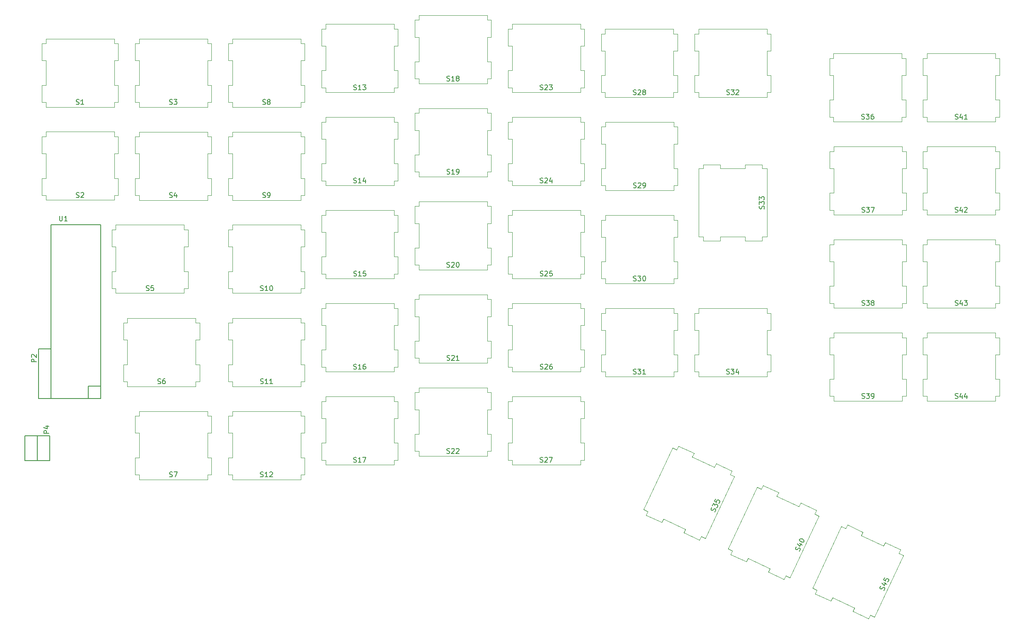
<source format=gto>
G04 This is an RS-274x file exported by *
G04 gerbv version 2.6.0 *
G04 More information is available about gerbv at *
G04 http://gerbv.gpleda.org/ *
G04 --End of header info--*
%MOIN*%
%FSLAX34Y34*%
%IPPOS*%
G04 --Define apertures--*
%ADD10C,0.0039*%
%ADD11C,0.0059*%
G04 --Start main section--*
G54D10*
G01X0032797Y-034510D02*
G01X0027297Y-034510D01*
G01X0027297Y-034510D02*
G01X0027297Y-034896D01*
G01X0027297Y-034896D02*
G01X0026977Y-034896D01*
G01X0026977Y-034896D02*
G01X0026977Y-036274D01*
G01X0026977Y-036274D02*
G01X0027297Y-036274D01*
G01X0027297Y-036274D02*
G01X0027297Y-038246D01*
G01X0027297Y-038246D02*
G01X0026977Y-038246D01*
G01X0026977Y-038246D02*
G01X0026977Y-039624D01*
G01X0026977Y-039624D02*
G01X0027297Y-039624D01*
G01X0027297Y-039624D02*
G01X0027297Y-040010D01*
G01X0027297Y-040010D02*
G01X0032797Y-040010D01*
G01X0032797Y-040010D02*
G01X0032797Y-039624D01*
G01X0032797Y-039624D02*
G01X0033117Y-039624D01*
G01X0033117Y-039624D02*
G01X0033117Y-038246D01*
G01X0033117Y-038246D02*
G01X0032797Y-038246D01*
G01X0032797Y-038246D02*
G01X0032797Y-036274D01*
G01X0032797Y-036274D02*
G01X0033117Y-036274D01*
G01X0033117Y-036274D02*
G01X0033117Y-034896D01*
G01X0033117Y-034896D02*
G01X0032797Y-034896D01*
G01X0032797Y-034896D02*
G01X0032797Y-034510D01*
G54D11*
G01X0016700Y-040000D02*
G01X0015700Y-040000D01*
G01X0015700Y-040000D02*
G01X0015700Y-041000D01*
G01X0016700Y-041000D02*
G01X0016700Y-027000D01*
G01X0016700Y-027000D02*
G01X0012700Y-027000D01*
G01X0012700Y-027000D02*
G01X0012700Y-041000D01*
G01X0012700Y-041000D02*
G01X0016700Y-041000D01*
G01X0012700Y-037000D02*
G01X0011700Y-037000D01*
G01X0011700Y-037000D02*
G01X0011700Y-041000D01*
G01X0011700Y-041000D02*
G01X0012700Y-041000D01*
G01X0012700Y-041000D02*
G01X0012700Y-037000D01*
G54D10*
G01X0017793Y-012010D02*
G01X0012293Y-012010D01*
G01X0012293Y-012010D02*
G01X0012293Y-012396D01*
G01X0012293Y-012396D02*
G01X0011973Y-012396D01*
G01X0011973Y-012396D02*
G01X0011973Y-013774D01*
G01X0011973Y-013774D02*
G01X0012293Y-013774D01*
G01X0012293Y-013774D02*
G01X0012293Y-015746D01*
G01X0012293Y-015746D02*
G01X0011973Y-015746D01*
G01X0011973Y-015746D02*
G01X0011973Y-017124D01*
G01X0011973Y-017124D02*
G01X0012293Y-017124D01*
G01X0012293Y-017124D02*
G01X0012293Y-017510D01*
G01X0012293Y-017510D02*
G01X0017793Y-017510D01*
G01X0017793Y-017510D02*
G01X0017793Y-017124D01*
G01X0017793Y-017124D02*
G01X0018113Y-017124D01*
G01X0018113Y-017124D02*
G01X0018113Y-015746D01*
G01X0018113Y-015746D02*
G01X0017793Y-015746D01*
G01X0017793Y-015746D02*
G01X0017793Y-013774D01*
G01X0017793Y-013774D02*
G01X0018113Y-013774D01*
G01X0018113Y-013774D02*
G01X0018113Y-012396D01*
G01X0018113Y-012396D02*
G01X0017793Y-012396D01*
G01X0017793Y-012396D02*
G01X0017793Y-012010D01*
G01X0076288Y-051286D02*
G01X0073964Y-056271D01*
G01X0073964Y-056271D02*
G01X0074313Y-056434D01*
G01X0074313Y-056434D02*
G01X0074178Y-056724D01*
G01X0074178Y-056724D02*
G01X0075427Y-057307D01*
G01X0075427Y-057307D02*
G01X0075562Y-057017D01*
G01X0075562Y-057017D02*
G01X0077350Y-057850D01*
G01X0077350Y-057850D02*
G01X0077214Y-058140D01*
G01X0077214Y-058140D02*
G01X0078463Y-058722D01*
G01X0078463Y-058722D02*
G01X0078598Y-058432D01*
G01X0078598Y-058432D02*
G01X0078948Y-058595D01*
G01X0078948Y-058595D02*
G01X0081273Y-053611D01*
G01X0081273Y-053611D02*
G01X0080923Y-053448D01*
G01X0080923Y-053448D02*
G01X0081058Y-053158D01*
G01X0081058Y-053158D02*
G01X0079809Y-052575D01*
G01X0079809Y-052575D02*
G01X0079674Y-052865D01*
G01X0079674Y-052865D02*
G01X0077887Y-052032D01*
G01X0077887Y-052032D02*
G01X0078022Y-051742D01*
G01X0078022Y-051742D02*
G01X0076773Y-051160D01*
G01X0076773Y-051160D02*
G01X0076638Y-051450D01*
G01X0076638Y-051450D02*
G01X0076288Y-051286D01*
G01X0088673Y-035689D02*
G01X0083173Y-035689D01*
G01X0083173Y-035689D02*
G01X0083173Y-036075D01*
G01X0083173Y-036075D02*
G01X0082853Y-036075D01*
G01X0082853Y-036075D02*
G01X0082853Y-037453D01*
G01X0082853Y-037453D02*
G01X0083173Y-037453D01*
G01X0083173Y-037453D02*
G01X0083173Y-039425D01*
G01X0083173Y-039425D02*
G01X0082853Y-039425D01*
G01X0082853Y-039425D02*
G01X0082853Y-040803D01*
G01X0082853Y-040803D02*
G01X0083173Y-040803D01*
G01X0083173Y-040803D02*
G01X0083173Y-041189D01*
G01X0083173Y-041189D02*
G01X0088673Y-041189D01*
G01X0088673Y-041189D02*
G01X0088673Y-040803D01*
G01X0088673Y-040803D02*
G01X0088993Y-040803D01*
G01X0088993Y-040803D02*
G01X0088993Y-039425D01*
G01X0088993Y-039425D02*
G01X0088673Y-039425D01*
G01X0088673Y-039425D02*
G01X0088673Y-037453D01*
G01X0088673Y-037453D02*
G01X0088993Y-037453D01*
G01X0088993Y-037453D02*
G01X0088993Y-036075D01*
G01X0088993Y-036075D02*
G01X0088673Y-036075D01*
G01X0088673Y-036075D02*
G01X0088673Y-035689D01*
G01X0088675Y-028195D02*
G01X0083175Y-028195D01*
G01X0083175Y-028195D02*
G01X0083175Y-028581D01*
G01X0083175Y-028581D02*
G01X0082855Y-028581D01*
G01X0082855Y-028581D02*
G01X0082855Y-029959D01*
G01X0082855Y-029959D02*
G01X0083175Y-029959D01*
G01X0083175Y-029959D02*
G01X0083175Y-031931D01*
G01X0083175Y-031931D02*
G01X0082855Y-031931D01*
G01X0082855Y-031931D02*
G01X0082855Y-033309D01*
G01X0082855Y-033309D02*
G01X0083175Y-033309D01*
G01X0083175Y-033309D02*
G01X0083175Y-033695D01*
G01X0083175Y-033695D02*
G01X0088675Y-033695D01*
G01X0088675Y-033695D02*
G01X0088675Y-033309D01*
G01X0088675Y-033309D02*
G01X0088995Y-033309D01*
G01X0088995Y-033309D02*
G01X0088995Y-031931D01*
G01X0088995Y-031931D02*
G01X0088675Y-031931D01*
G01X0088675Y-031931D02*
G01X0088675Y-029959D01*
G01X0088675Y-029959D02*
G01X0088995Y-029959D01*
G01X0088995Y-029959D02*
G01X0088995Y-028581D01*
G01X0088995Y-028581D02*
G01X0088675Y-028581D01*
G01X0088675Y-028581D02*
G01X0088675Y-028195D01*
G01X0088673Y-020689D02*
G01X0083173Y-020689D01*
G01X0083173Y-020689D02*
G01X0083173Y-021075D01*
G01X0083173Y-021075D02*
G01X0082853Y-021075D01*
G01X0082853Y-021075D02*
G01X0082853Y-022453D01*
G01X0082853Y-022453D02*
G01X0083173Y-022453D01*
G01X0083173Y-022453D02*
G01X0083173Y-024425D01*
G01X0083173Y-024425D02*
G01X0082853Y-024425D01*
G01X0082853Y-024425D02*
G01X0082853Y-025803D01*
G01X0082853Y-025803D02*
G01X0083173Y-025803D01*
G01X0083173Y-025803D02*
G01X0083173Y-026189D01*
G01X0083173Y-026189D02*
G01X0088673Y-026189D01*
G01X0088673Y-026189D02*
G01X0088673Y-025803D01*
G01X0088673Y-025803D02*
G01X0088993Y-025803D01*
G01X0088993Y-025803D02*
G01X0088993Y-024425D01*
G01X0088993Y-024425D02*
G01X0088673Y-024425D01*
G01X0088673Y-024425D02*
G01X0088673Y-022453D01*
G01X0088673Y-022453D02*
G01X0088993Y-022453D01*
G01X0088993Y-022453D02*
G01X0088993Y-021075D01*
G01X0088993Y-021075D02*
G01X0088673Y-021075D01*
G01X0088673Y-021075D02*
G01X0088673Y-020689D01*
G01X0088675Y-013195D02*
G01X0083175Y-013195D01*
G01X0083175Y-013195D02*
G01X0083175Y-013581D01*
G01X0083175Y-013581D02*
G01X0082855Y-013581D01*
G01X0082855Y-013581D02*
G01X0082855Y-014959D01*
G01X0082855Y-014959D02*
G01X0083175Y-014959D01*
G01X0083175Y-014959D02*
G01X0083175Y-016931D01*
G01X0083175Y-016931D02*
G01X0082855Y-016931D01*
G01X0082855Y-016931D02*
G01X0082855Y-018309D01*
G01X0082855Y-018309D02*
G01X0083175Y-018309D01*
G01X0083175Y-018309D02*
G01X0083175Y-018695D01*
G01X0083175Y-018695D02*
G01X0088675Y-018695D01*
G01X0088675Y-018695D02*
G01X0088675Y-018309D01*
G01X0088675Y-018309D02*
G01X0088995Y-018309D01*
G01X0088995Y-018309D02*
G01X0088995Y-016931D01*
G01X0088995Y-016931D02*
G01X0088675Y-016931D01*
G01X0088675Y-016931D02*
G01X0088675Y-014959D01*
G01X0088675Y-014959D02*
G01X0088995Y-014959D01*
G01X0088995Y-014959D02*
G01X0088995Y-013581D01*
G01X0088995Y-013581D02*
G01X0088675Y-013581D01*
G01X0088675Y-013581D02*
G01X0088675Y-013195D01*
G01X0069493Y-048117D02*
G01X0067168Y-053102D01*
G01X0067168Y-053102D02*
G01X0067518Y-053265D01*
G01X0067518Y-053265D02*
G01X0067383Y-053555D01*
G01X0067383Y-053555D02*
G01X0068632Y-054137D01*
G01X0068632Y-054137D02*
G01X0068767Y-053847D01*
G01X0068767Y-053847D02*
G01X0070554Y-054681D01*
G01X0070554Y-054681D02*
G01X0070419Y-054971D01*
G01X0070419Y-054971D02*
G01X0071668Y-055553D01*
G01X0071668Y-055553D02*
G01X0071803Y-055263D01*
G01X0071803Y-055263D02*
G01X0072153Y-055426D01*
G01X0072153Y-055426D02*
G01X0074477Y-050442D01*
G01X0074477Y-050442D02*
G01X0074128Y-050278D01*
G01X0074128Y-050278D02*
G01X0074263Y-049988D01*
G01X0074263Y-049988D02*
G01X0073014Y-049406D01*
G01X0073014Y-049406D02*
G01X0072879Y-049696D01*
G01X0072879Y-049696D02*
G01X0071091Y-048863D01*
G01X0071091Y-048863D02*
G01X0071227Y-048573D01*
G01X0071227Y-048573D02*
G01X0069978Y-047990D01*
G01X0069978Y-047990D02*
G01X0069843Y-048280D01*
G01X0069843Y-048280D02*
G01X0069493Y-048117D01*
G01X0081176Y-035692D02*
G01X0075676Y-035692D01*
G01X0075676Y-035692D02*
G01X0075676Y-036078D01*
G01X0075676Y-036078D02*
G01X0075356Y-036078D01*
G01X0075356Y-036078D02*
G01X0075356Y-037456D01*
G01X0075356Y-037456D02*
G01X0075676Y-037456D01*
G01X0075676Y-037456D02*
G01X0075676Y-039428D01*
G01X0075676Y-039428D02*
G01X0075356Y-039428D01*
G01X0075356Y-039428D02*
G01X0075356Y-040806D01*
G01X0075356Y-040806D02*
G01X0075676Y-040806D01*
G01X0075676Y-040806D02*
G01X0075676Y-041192D01*
G01X0075676Y-041192D02*
G01X0081176Y-041192D01*
G01X0081176Y-041192D02*
G01X0081176Y-040806D01*
G01X0081176Y-040806D02*
G01X0081496Y-040806D01*
G01X0081496Y-040806D02*
G01X0081496Y-039428D01*
G01X0081496Y-039428D02*
G01X0081176Y-039428D01*
G01X0081176Y-039428D02*
G01X0081176Y-037456D01*
G01X0081176Y-037456D02*
G01X0081496Y-037456D01*
G01X0081496Y-037456D02*
G01X0081496Y-036078D01*
G01X0081496Y-036078D02*
G01X0081176Y-036078D01*
G01X0081176Y-036078D02*
G01X0081176Y-035692D01*
G01X0081175Y-028195D02*
G01X0075675Y-028195D01*
G01X0075675Y-028195D02*
G01X0075675Y-028581D01*
G01X0075675Y-028581D02*
G01X0075355Y-028581D01*
G01X0075355Y-028581D02*
G01X0075355Y-029959D01*
G01X0075355Y-029959D02*
G01X0075675Y-029959D01*
G01X0075675Y-029959D02*
G01X0075675Y-031931D01*
G01X0075675Y-031931D02*
G01X0075355Y-031931D01*
G01X0075355Y-031931D02*
G01X0075355Y-033309D01*
G01X0075355Y-033309D02*
G01X0075675Y-033309D01*
G01X0075675Y-033309D02*
G01X0075675Y-033695D01*
G01X0075675Y-033695D02*
G01X0081175Y-033695D01*
G01X0081175Y-033695D02*
G01X0081175Y-033309D01*
G01X0081175Y-033309D02*
G01X0081495Y-033309D01*
G01X0081495Y-033309D02*
G01X0081495Y-031931D01*
G01X0081495Y-031931D02*
G01X0081175Y-031931D01*
G01X0081175Y-031931D02*
G01X0081175Y-029959D01*
G01X0081175Y-029959D02*
G01X0081495Y-029959D01*
G01X0081495Y-029959D02*
G01X0081495Y-028581D01*
G01X0081495Y-028581D02*
G01X0081175Y-028581D01*
G01X0081175Y-028581D02*
G01X0081175Y-028195D01*
G01X0081175Y-020695D02*
G01X0075675Y-020695D01*
G01X0075675Y-020695D02*
G01X0075675Y-021081D01*
G01X0075675Y-021081D02*
G01X0075355Y-021081D01*
G01X0075355Y-021081D02*
G01X0075355Y-022459D01*
G01X0075355Y-022459D02*
G01X0075675Y-022459D01*
G01X0075675Y-022459D02*
G01X0075675Y-024431D01*
G01X0075675Y-024431D02*
G01X0075355Y-024431D01*
G01X0075355Y-024431D02*
G01X0075355Y-025809D01*
G01X0075355Y-025809D02*
G01X0075675Y-025809D01*
G01X0075675Y-025809D02*
G01X0075675Y-026195D01*
G01X0075675Y-026195D02*
G01X0081175Y-026195D01*
G01X0081175Y-026195D02*
G01X0081175Y-025809D01*
G01X0081175Y-025809D02*
G01X0081495Y-025809D01*
G01X0081495Y-025809D02*
G01X0081495Y-024431D01*
G01X0081495Y-024431D02*
G01X0081175Y-024431D01*
G01X0081175Y-024431D02*
G01X0081175Y-022459D01*
G01X0081175Y-022459D02*
G01X0081495Y-022459D01*
G01X0081495Y-022459D02*
G01X0081495Y-021081D01*
G01X0081495Y-021081D02*
G01X0081175Y-021081D01*
G01X0081175Y-021081D02*
G01X0081175Y-020695D01*
G01X0081156Y-013195D02*
G01X0075656Y-013195D01*
G01X0075656Y-013195D02*
G01X0075656Y-013581D01*
G01X0075656Y-013581D02*
G01X0075336Y-013581D01*
G01X0075336Y-013581D02*
G01X0075336Y-014959D01*
G01X0075336Y-014959D02*
G01X0075656Y-014959D01*
G01X0075656Y-014959D02*
G01X0075656Y-016931D01*
G01X0075656Y-016931D02*
G01X0075336Y-016931D01*
G01X0075336Y-016931D02*
G01X0075336Y-018309D01*
G01X0075336Y-018309D02*
G01X0075656Y-018309D01*
G01X0075656Y-018309D02*
G01X0075656Y-018695D01*
G01X0075656Y-018695D02*
G01X0081156Y-018695D01*
G01X0081156Y-018695D02*
G01X0081156Y-018309D01*
G01X0081156Y-018309D02*
G01X0081476Y-018309D01*
G01X0081476Y-018309D02*
G01X0081476Y-016931D01*
G01X0081476Y-016931D02*
G01X0081156Y-016931D01*
G01X0081156Y-016931D02*
G01X0081156Y-014959D01*
G01X0081156Y-014959D02*
G01X0081476Y-014959D01*
G01X0081476Y-014959D02*
G01X0081476Y-013581D01*
G01X0081476Y-013581D02*
G01X0081156Y-013581D01*
G01X0081156Y-013581D02*
G01X0081156Y-013195D01*
G01X0070293Y-033722D02*
G01X0064793Y-033722D01*
G01X0064793Y-033722D02*
G01X0064793Y-034108D01*
G01X0064793Y-034108D02*
G01X0064473Y-034108D01*
G01X0064473Y-034108D02*
G01X0064473Y-035486D01*
G01X0064473Y-035486D02*
G01X0064793Y-035486D01*
G01X0064793Y-035486D02*
G01X0064793Y-037458D01*
G01X0064793Y-037458D02*
G01X0064473Y-037458D01*
G01X0064473Y-037458D02*
G01X0064473Y-038836D01*
G01X0064473Y-038836D02*
G01X0064793Y-038836D01*
G01X0064793Y-038836D02*
G01X0064793Y-039222D01*
G01X0064793Y-039222D02*
G01X0070293Y-039222D01*
G01X0070293Y-039222D02*
G01X0070293Y-038836D01*
G01X0070293Y-038836D02*
G01X0070613Y-038836D01*
G01X0070613Y-038836D02*
G01X0070613Y-037458D01*
G01X0070613Y-037458D02*
G01X0070293Y-037458D01*
G01X0070293Y-037458D02*
G01X0070293Y-035486D01*
G01X0070293Y-035486D02*
G01X0070613Y-035486D01*
G01X0070613Y-035486D02*
G01X0070613Y-034108D01*
G01X0070613Y-034108D02*
G01X0070293Y-034108D01*
G01X0070293Y-034108D02*
G01X0070293Y-033722D01*
G01X0064795Y-022471D02*
G01X0064795Y-027971D01*
G01X0064795Y-027971D02*
G01X0065181Y-027971D01*
G01X0065181Y-027971D02*
G01X0065181Y-028291D01*
G01X0065181Y-028291D02*
G01X0066559Y-028291D01*
G01X0066559Y-028291D02*
G01X0066559Y-027971D01*
G01X0066559Y-027971D02*
G01X0068531Y-027971D01*
G01X0068531Y-027971D02*
G01X0068531Y-028291D01*
G01X0068531Y-028291D02*
G01X0069909Y-028291D01*
G01X0069909Y-028291D02*
G01X0069909Y-027971D01*
G01X0069909Y-027971D02*
G01X0070295Y-027971D01*
G01X0070295Y-027971D02*
G01X0070295Y-022471D01*
G01X0070295Y-022471D02*
G01X0069909Y-022471D01*
G01X0069909Y-022471D02*
G01X0069909Y-022151D01*
G01X0069909Y-022151D02*
G01X0068531Y-022151D01*
G01X0068531Y-022151D02*
G01X0068531Y-022471D01*
G01X0068531Y-022471D02*
G01X0066559Y-022471D01*
G01X0066559Y-022471D02*
G01X0066559Y-022151D01*
G01X0066559Y-022151D02*
G01X0065181Y-022151D01*
G01X0065181Y-022151D02*
G01X0065181Y-022471D01*
G01X0065181Y-022471D02*
G01X0064795Y-022471D01*
G01X0070297Y-011222D02*
G01X0064797Y-011222D01*
G01X0064797Y-011222D02*
G01X0064797Y-011608D01*
G01X0064797Y-011608D02*
G01X0064477Y-011608D01*
G01X0064477Y-011608D02*
G01X0064477Y-012986D01*
G01X0064477Y-012986D02*
G01X0064797Y-012986D01*
G01X0064797Y-012986D02*
G01X0064797Y-014958D01*
G01X0064797Y-014958D02*
G01X0064477Y-014958D01*
G01X0064477Y-014958D02*
G01X0064477Y-016336D01*
G01X0064477Y-016336D02*
G01X0064797Y-016336D01*
G01X0064797Y-016336D02*
G01X0064797Y-016722D01*
G01X0064797Y-016722D02*
G01X0070297Y-016722D01*
G01X0070297Y-016722D02*
G01X0070297Y-016336D01*
G01X0070297Y-016336D02*
G01X0070617Y-016336D01*
G01X0070617Y-016336D02*
G01X0070617Y-014958D01*
G01X0070617Y-014958D02*
G01X0070297Y-014958D01*
G01X0070297Y-014958D02*
G01X0070297Y-012986D01*
G01X0070297Y-012986D02*
G01X0070617Y-012986D01*
G01X0070617Y-012986D02*
G01X0070617Y-011608D01*
G01X0070617Y-011608D02*
G01X0070297Y-011608D01*
G01X0070297Y-011608D02*
G01X0070297Y-011222D01*
G01X0062793Y-033722D02*
G01X0057293Y-033722D01*
G01X0057293Y-033722D02*
G01X0057293Y-034108D01*
G01X0057293Y-034108D02*
G01X0056973Y-034108D01*
G01X0056973Y-034108D02*
G01X0056973Y-035486D01*
G01X0056973Y-035486D02*
G01X0057293Y-035486D01*
G01X0057293Y-035486D02*
G01X0057293Y-037458D01*
G01X0057293Y-037458D02*
G01X0056973Y-037458D01*
G01X0056973Y-037458D02*
G01X0056973Y-038836D01*
G01X0056973Y-038836D02*
G01X0057293Y-038836D01*
G01X0057293Y-038836D02*
G01X0057293Y-039222D01*
G01X0057293Y-039222D02*
G01X0062793Y-039222D01*
G01X0062793Y-039222D02*
G01X0062793Y-038836D01*
G01X0062793Y-038836D02*
G01X0063113Y-038836D01*
G01X0063113Y-038836D02*
G01X0063113Y-037458D01*
G01X0063113Y-037458D02*
G01X0062793Y-037458D01*
G01X0062793Y-037458D02*
G01X0062793Y-035486D01*
G01X0062793Y-035486D02*
G01X0063113Y-035486D01*
G01X0063113Y-035486D02*
G01X0063113Y-034108D01*
G01X0063113Y-034108D02*
G01X0062793Y-034108D01*
G01X0062793Y-034108D02*
G01X0062793Y-033722D01*
G01X0062796Y-026222D02*
G01X0057296Y-026222D01*
G01X0057296Y-026222D02*
G01X0057296Y-026608D01*
G01X0057296Y-026608D02*
G01X0056976Y-026608D01*
G01X0056976Y-026608D02*
G01X0056976Y-027986D01*
G01X0056976Y-027986D02*
G01X0057296Y-027986D01*
G01X0057296Y-027986D02*
G01X0057296Y-029958D01*
G01X0057296Y-029958D02*
G01X0056976Y-029958D01*
G01X0056976Y-029958D02*
G01X0056976Y-031336D01*
G01X0056976Y-031336D02*
G01X0057296Y-031336D01*
G01X0057296Y-031336D02*
G01X0057296Y-031722D01*
G01X0057296Y-031722D02*
G01X0062796Y-031722D01*
G01X0062796Y-031722D02*
G01X0062796Y-031336D01*
G01X0062796Y-031336D02*
G01X0063116Y-031336D01*
G01X0063116Y-031336D02*
G01X0063116Y-029958D01*
G01X0063116Y-029958D02*
G01X0062796Y-029958D01*
G01X0062796Y-029958D02*
G01X0062796Y-027986D01*
G01X0062796Y-027986D02*
G01X0063116Y-027986D01*
G01X0063116Y-027986D02*
G01X0063116Y-026608D01*
G01X0063116Y-026608D02*
G01X0062796Y-026608D01*
G01X0062796Y-026608D02*
G01X0062796Y-026222D01*
G01X0062798Y-018721D02*
G01X0057298Y-018721D01*
G01X0057298Y-018721D02*
G01X0057298Y-019107D01*
G01X0057298Y-019107D02*
G01X0056978Y-019107D01*
G01X0056978Y-019107D02*
G01X0056978Y-020485D01*
G01X0056978Y-020485D02*
G01X0057298Y-020485D01*
G01X0057298Y-020485D02*
G01X0057298Y-022457D01*
G01X0057298Y-022457D02*
G01X0056978Y-022457D01*
G01X0056978Y-022457D02*
G01X0056978Y-023835D01*
G01X0056978Y-023835D02*
G01X0057298Y-023835D01*
G01X0057298Y-023835D02*
G01X0057298Y-024221D01*
G01X0057298Y-024221D02*
G01X0062798Y-024221D01*
G01X0062798Y-024221D02*
G01X0062798Y-023835D01*
G01X0062798Y-023835D02*
G01X0063118Y-023835D01*
G01X0063118Y-023835D02*
G01X0063118Y-022457D01*
G01X0063118Y-022457D02*
G01X0062798Y-022457D01*
G01X0062798Y-022457D02*
G01X0062798Y-020485D01*
G01X0062798Y-020485D02*
G01X0063118Y-020485D01*
G01X0063118Y-020485D02*
G01X0063118Y-019107D01*
G01X0063118Y-019107D02*
G01X0062798Y-019107D01*
G01X0062798Y-019107D02*
G01X0062798Y-018721D01*
G01X0062789Y-011226D02*
G01X0057289Y-011226D01*
G01X0057289Y-011226D02*
G01X0057289Y-011612D01*
G01X0057289Y-011612D02*
G01X0056969Y-011612D01*
G01X0056969Y-011612D02*
G01X0056969Y-012990D01*
G01X0056969Y-012990D02*
G01X0057289Y-012990D01*
G01X0057289Y-012990D02*
G01X0057289Y-014962D01*
G01X0057289Y-014962D02*
G01X0056969Y-014962D01*
G01X0056969Y-014962D02*
G01X0056969Y-016340D01*
G01X0056969Y-016340D02*
G01X0057289Y-016340D01*
G01X0057289Y-016340D02*
G01X0057289Y-016726D01*
G01X0057289Y-016726D02*
G01X0062789Y-016726D01*
G01X0062789Y-016726D02*
G01X0062789Y-016340D01*
G01X0062789Y-016340D02*
G01X0063109Y-016340D01*
G01X0063109Y-016340D02*
G01X0063109Y-014962D01*
G01X0063109Y-014962D02*
G01X0062789Y-014962D01*
G01X0062789Y-014962D02*
G01X0062789Y-012990D01*
G01X0062789Y-012990D02*
G01X0063109Y-012990D01*
G01X0063109Y-012990D02*
G01X0063109Y-011612D01*
G01X0063109Y-011612D02*
G01X0062789Y-011612D01*
G01X0062789Y-011612D02*
G01X0062789Y-011226D01*
G01X0055293Y-040829D02*
G01X0049793Y-040829D01*
G01X0049793Y-040829D02*
G01X0049793Y-041215D01*
G01X0049793Y-041215D02*
G01X0049473Y-041215D01*
G01X0049473Y-041215D02*
G01X0049473Y-042593D01*
G01X0049473Y-042593D02*
G01X0049793Y-042593D01*
G01X0049793Y-042593D02*
G01X0049793Y-044565D01*
G01X0049793Y-044565D02*
G01X0049473Y-044565D01*
G01X0049473Y-044565D02*
G01X0049473Y-045943D01*
G01X0049473Y-045943D02*
G01X0049793Y-045943D01*
G01X0049793Y-045943D02*
G01X0049793Y-046329D01*
G01X0049793Y-046329D02*
G01X0055293Y-046329D01*
G01X0055293Y-046329D02*
G01X0055293Y-045943D01*
G01X0055293Y-045943D02*
G01X0055613Y-045943D01*
G01X0055613Y-045943D02*
G01X0055613Y-044565D01*
G01X0055613Y-044565D02*
G01X0055293Y-044565D01*
G01X0055293Y-044565D02*
G01X0055293Y-042593D01*
G01X0055293Y-042593D02*
G01X0055613Y-042593D01*
G01X0055613Y-042593D02*
G01X0055613Y-041215D01*
G01X0055613Y-041215D02*
G01X0055293Y-041215D01*
G01X0055293Y-041215D02*
G01X0055293Y-040829D01*
G01X0055297Y-033329D02*
G01X0049797Y-033329D01*
G01X0049797Y-033329D02*
G01X0049797Y-033715D01*
G01X0049797Y-033715D02*
G01X0049477Y-033715D01*
G01X0049477Y-033715D02*
G01X0049477Y-035093D01*
G01X0049477Y-035093D02*
G01X0049797Y-035093D01*
G01X0049797Y-035093D02*
G01X0049797Y-037065D01*
G01X0049797Y-037065D02*
G01X0049477Y-037065D01*
G01X0049477Y-037065D02*
G01X0049477Y-038443D01*
G01X0049477Y-038443D02*
G01X0049797Y-038443D01*
G01X0049797Y-038443D02*
G01X0049797Y-038829D01*
G01X0049797Y-038829D02*
G01X0055297Y-038829D01*
G01X0055297Y-038829D02*
G01X0055297Y-038443D01*
G01X0055297Y-038443D02*
G01X0055617Y-038443D01*
G01X0055617Y-038443D02*
G01X0055617Y-037065D01*
G01X0055617Y-037065D02*
G01X0055297Y-037065D01*
G01X0055297Y-037065D02*
G01X0055297Y-035093D01*
G01X0055297Y-035093D02*
G01X0055617Y-035093D01*
G01X0055617Y-035093D02*
G01X0055617Y-033715D01*
G01X0055617Y-033715D02*
G01X0055297Y-033715D01*
G01X0055297Y-033715D02*
G01X0055297Y-033329D01*
G01X0055297Y-025830D02*
G01X0049797Y-025830D01*
G01X0049797Y-025830D02*
G01X0049797Y-026216D01*
G01X0049797Y-026216D02*
G01X0049477Y-026216D01*
G01X0049477Y-026216D02*
G01X0049477Y-027594D01*
G01X0049477Y-027594D02*
G01X0049797Y-027594D01*
G01X0049797Y-027594D02*
G01X0049797Y-029566D01*
G01X0049797Y-029566D02*
G01X0049477Y-029566D01*
G01X0049477Y-029566D02*
G01X0049477Y-030944D01*
G01X0049477Y-030944D02*
G01X0049797Y-030944D01*
G01X0049797Y-030944D02*
G01X0049797Y-031330D01*
G01X0049797Y-031330D02*
G01X0055297Y-031330D01*
G01X0055297Y-031330D02*
G01X0055297Y-030944D01*
G01X0055297Y-030944D02*
G01X0055617Y-030944D01*
G01X0055617Y-030944D02*
G01X0055617Y-029566D01*
G01X0055617Y-029566D02*
G01X0055297Y-029566D01*
G01X0055297Y-029566D02*
G01X0055297Y-027594D01*
G01X0055297Y-027594D02*
G01X0055617Y-027594D01*
G01X0055617Y-027594D02*
G01X0055617Y-026216D01*
G01X0055617Y-026216D02*
G01X0055297Y-026216D01*
G01X0055297Y-026216D02*
G01X0055297Y-025830D01*
G01X0055293Y-018329D02*
G01X0049793Y-018329D01*
G01X0049793Y-018329D02*
G01X0049793Y-018715D01*
G01X0049793Y-018715D02*
G01X0049473Y-018715D01*
G01X0049473Y-018715D02*
G01X0049473Y-020093D01*
G01X0049473Y-020093D02*
G01X0049793Y-020093D01*
G01X0049793Y-020093D02*
G01X0049793Y-022065D01*
G01X0049793Y-022065D02*
G01X0049473Y-022065D01*
G01X0049473Y-022065D02*
G01X0049473Y-023443D01*
G01X0049473Y-023443D02*
G01X0049793Y-023443D01*
G01X0049793Y-023443D02*
G01X0049793Y-023829D01*
G01X0049793Y-023829D02*
G01X0055293Y-023829D01*
G01X0055293Y-023829D02*
G01X0055293Y-023443D01*
G01X0055293Y-023443D02*
G01X0055613Y-023443D01*
G01X0055613Y-023443D02*
G01X0055613Y-022065D01*
G01X0055613Y-022065D02*
G01X0055293Y-022065D01*
G01X0055293Y-022065D02*
G01X0055293Y-020093D01*
G01X0055293Y-020093D02*
G01X0055613Y-020093D01*
G01X0055613Y-020093D02*
G01X0055613Y-018715D01*
G01X0055613Y-018715D02*
G01X0055293Y-018715D01*
G01X0055293Y-018715D02*
G01X0055293Y-018329D01*
G01X0055293Y-010829D02*
G01X0049793Y-010829D01*
G01X0049793Y-010829D02*
G01X0049793Y-011215D01*
G01X0049793Y-011215D02*
G01X0049473Y-011215D01*
G01X0049473Y-011215D02*
G01X0049473Y-012593D01*
G01X0049473Y-012593D02*
G01X0049793Y-012593D01*
G01X0049793Y-012593D02*
G01X0049793Y-014565D01*
G01X0049793Y-014565D02*
G01X0049473Y-014565D01*
G01X0049473Y-014565D02*
G01X0049473Y-015943D01*
G01X0049473Y-015943D02*
G01X0049793Y-015943D01*
G01X0049793Y-015943D02*
G01X0049793Y-016329D01*
G01X0049793Y-016329D02*
G01X0055293Y-016329D01*
G01X0055293Y-016329D02*
G01X0055293Y-015943D01*
G01X0055293Y-015943D02*
G01X0055613Y-015943D01*
G01X0055613Y-015943D02*
G01X0055613Y-014565D01*
G01X0055613Y-014565D02*
G01X0055293Y-014565D01*
G01X0055293Y-014565D02*
G01X0055293Y-012593D01*
G01X0055293Y-012593D02*
G01X0055613Y-012593D01*
G01X0055613Y-012593D02*
G01X0055613Y-011215D01*
G01X0055613Y-011215D02*
G01X0055293Y-011215D01*
G01X0055293Y-011215D02*
G01X0055293Y-010829D01*
G01X0047793Y-040120D02*
G01X0042293Y-040120D01*
G01X0042293Y-040120D02*
G01X0042293Y-040506D01*
G01X0042293Y-040506D02*
G01X0041973Y-040506D01*
G01X0041973Y-040506D02*
G01X0041973Y-041884D01*
G01X0041973Y-041884D02*
G01X0042293Y-041884D01*
G01X0042293Y-041884D02*
G01X0042293Y-043856D01*
G01X0042293Y-043856D02*
G01X0041973Y-043856D01*
G01X0041973Y-043856D02*
G01X0041973Y-045234D01*
G01X0041973Y-045234D02*
G01X0042293Y-045234D01*
G01X0042293Y-045234D02*
G01X0042293Y-045620D01*
G01X0042293Y-045620D02*
G01X0047793Y-045620D01*
G01X0047793Y-045620D02*
G01X0047793Y-045234D01*
G01X0047793Y-045234D02*
G01X0048113Y-045234D01*
G01X0048113Y-045234D02*
G01X0048113Y-043856D01*
G01X0048113Y-043856D02*
G01X0047793Y-043856D01*
G01X0047793Y-043856D02*
G01X0047793Y-041884D01*
G01X0047793Y-041884D02*
G01X0048113Y-041884D01*
G01X0048113Y-041884D02*
G01X0048113Y-040506D01*
G01X0048113Y-040506D02*
G01X0047793Y-040506D01*
G01X0047793Y-040506D02*
G01X0047793Y-040120D01*
G01X0047797Y-032620D02*
G01X0042297Y-032620D01*
G01X0042297Y-032620D02*
G01X0042297Y-033006D01*
G01X0042297Y-033006D02*
G01X0041977Y-033006D01*
G01X0041977Y-033006D02*
G01X0041977Y-034384D01*
G01X0041977Y-034384D02*
G01X0042297Y-034384D01*
G01X0042297Y-034384D02*
G01X0042297Y-036356D01*
G01X0042297Y-036356D02*
G01X0041977Y-036356D01*
G01X0041977Y-036356D02*
G01X0041977Y-037734D01*
G01X0041977Y-037734D02*
G01X0042297Y-037734D01*
G01X0042297Y-037734D02*
G01X0042297Y-038120D01*
G01X0042297Y-038120D02*
G01X0047797Y-038120D01*
G01X0047797Y-038120D02*
G01X0047797Y-037734D01*
G01X0047797Y-037734D02*
G01X0048117Y-037734D01*
G01X0048117Y-037734D02*
G01X0048117Y-036356D01*
G01X0048117Y-036356D02*
G01X0047797Y-036356D01*
G01X0047797Y-036356D02*
G01X0047797Y-034384D01*
G01X0047797Y-034384D02*
G01X0048117Y-034384D01*
G01X0048117Y-034384D02*
G01X0048117Y-033006D01*
G01X0048117Y-033006D02*
G01X0047797Y-033006D01*
G01X0047797Y-033006D02*
G01X0047797Y-032620D01*
G01X0047793Y-025120D02*
G01X0042293Y-025120D01*
G01X0042293Y-025120D02*
G01X0042293Y-025506D01*
G01X0042293Y-025506D02*
G01X0041973Y-025506D01*
G01X0041973Y-025506D02*
G01X0041973Y-026884D01*
G01X0041973Y-026884D02*
G01X0042293Y-026884D01*
G01X0042293Y-026884D02*
G01X0042293Y-028856D01*
G01X0042293Y-028856D02*
G01X0041973Y-028856D01*
G01X0041973Y-028856D02*
G01X0041973Y-030234D01*
G01X0041973Y-030234D02*
G01X0042293Y-030234D01*
G01X0042293Y-030234D02*
G01X0042293Y-030620D01*
G01X0042293Y-030620D02*
G01X0047793Y-030620D01*
G01X0047793Y-030620D02*
G01X0047793Y-030234D01*
G01X0047793Y-030234D02*
G01X0048113Y-030234D01*
G01X0048113Y-030234D02*
G01X0048113Y-028856D01*
G01X0048113Y-028856D02*
G01X0047793Y-028856D01*
G01X0047793Y-028856D02*
G01X0047793Y-026884D01*
G01X0047793Y-026884D02*
G01X0048113Y-026884D01*
G01X0048113Y-026884D02*
G01X0048113Y-025506D01*
G01X0048113Y-025506D02*
G01X0047793Y-025506D01*
G01X0047793Y-025506D02*
G01X0047793Y-025120D01*
G01X0047797Y-017620D02*
G01X0042297Y-017620D01*
G01X0042297Y-017620D02*
G01X0042297Y-018006D01*
G01X0042297Y-018006D02*
G01X0041977Y-018006D01*
G01X0041977Y-018006D02*
G01X0041977Y-019384D01*
G01X0041977Y-019384D02*
G01X0042297Y-019384D01*
G01X0042297Y-019384D02*
G01X0042297Y-021356D01*
G01X0042297Y-021356D02*
G01X0041977Y-021356D01*
G01X0041977Y-021356D02*
G01X0041977Y-022734D01*
G01X0041977Y-022734D02*
G01X0042297Y-022734D01*
G01X0042297Y-022734D02*
G01X0042297Y-023120D01*
G01X0042297Y-023120D02*
G01X0047797Y-023120D01*
G01X0047797Y-023120D02*
G01X0047797Y-022734D01*
G01X0047797Y-022734D02*
G01X0048117Y-022734D01*
G01X0048117Y-022734D02*
G01X0048117Y-021356D01*
G01X0048117Y-021356D02*
G01X0047797Y-021356D01*
G01X0047797Y-021356D02*
G01X0047797Y-019384D01*
G01X0047797Y-019384D02*
G01X0048117Y-019384D01*
G01X0048117Y-019384D02*
G01X0048117Y-018006D01*
G01X0048117Y-018006D02*
G01X0047797Y-018006D01*
G01X0047797Y-018006D02*
G01X0047797Y-017620D01*
G01X0047793Y-010120D02*
G01X0042293Y-010120D01*
G01X0042293Y-010120D02*
G01X0042293Y-010506D01*
G01X0042293Y-010506D02*
G01X0041973Y-010506D01*
G01X0041973Y-010506D02*
G01X0041973Y-011884D01*
G01X0041973Y-011884D02*
G01X0042293Y-011884D01*
G01X0042293Y-011884D02*
G01X0042293Y-013856D01*
G01X0042293Y-013856D02*
G01X0041973Y-013856D01*
G01X0041973Y-013856D02*
G01X0041973Y-015234D01*
G01X0041973Y-015234D02*
G01X0042293Y-015234D01*
G01X0042293Y-015234D02*
G01X0042293Y-015620D01*
G01X0042293Y-015620D02*
G01X0047793Y-015620D01*
G01X0047793Y-015620D02*
G01X0047793Y-015234D01*
G01X0047793Y-015234D02*
G01X0048113Y-015234D01*
G01X0048113Y-015234D02*
G01X0048113Y-013856D01*
G01X0048113Y-013856D02*
G01X0047793Y-013856D01*
G01X0047793Y-013856D02*
G01X0047793Y-011884D01*
G01X0047793Y-011884D02*
G01X0048113Y-011884D01*
G01X0048113Y-011884D02*
G01X0048113Y-010506D01*
G01X0048113Y-010506D02*
G01X0047793Y-010506D01*
G01X0047793Y-010506D02*
G01X0047793Y-010120D01*
G01X0040293Y-040829D02*
G01X0034793Y-040829D01*
G01X0034793Y-040829D02*
G01X0034793Y-041215D01*
G01X0034793Y-041215D02*
G01X0034473Y-041215D01*
G01X0034473Y-041215D02*
G01X0034473Y-042593D01*
G01X0034473Y-042593D02*
G01X0034793Y-042593D01*
G01X0034793Y-042593D02*
G01X0034793Y-044565D01*
G01X0034793Y-044565D02*
G01X0034473Y-044565D01*
G01X0034473Y-044565D02*
G01X0034473Y-045943D01*
G01X0034473Y-045943D02*
G01X0034793Y-045943D01*
G01X0034793Y-045943D02*
G01X0034793Y-046329D01*
G01X0034793Y-046329D02*
G01X0040293Y-046329D01*
G01X0040293Y-046329D02*
G01X0040293Y-045943D01*
G01X0040293Y-045943D02*
G01X0040613Y-045943D01*
G01X0040613Y-045943D02*
G01X0040613Y-044565D01*
G01X0040613Y-044565D02*
G01X0040293Y-044565D01*
G01X0040293Y-044565D02*
G01X0040293Y-042593D01*
G01X0040293Y-042593D02*
G01X0040613Y-042593D01*
G01X0040613Y-042593D02*
G01X0040613Y-041215D01*
G01X0040613Y-041215D02*
G01X0040293Y-041215D01*
G01X0040293Y-041215D02*
G01X0040293Y-040829D01*
G01X0040293Y-033329D02*
G01X0034793Y-033329D01*
G01X0034793Y-033329D02*
G01X0034793Y-033715D01*
G01X0034793Y-033715D02*
G01X0034473Y-033715D01*
G01X0034473Y-033715D02*
G01X0034473Y-035093D01*
G01X0034473Y-035093D02*
G01X0034793Y-035093D01*
G01X0034793Y-035093D02*
G01X0034793Y-037065D01*
G01X0034793Y-037065D02*
G01X0034473Y-037065D01*
G01X0034473Y-037065D02*
G01X0034473Y-038443D01*
G01X0034473Y-038443D02*
G01X0034793Y-038443D01*
G01X0034793Y-038443D02*
G01X0034793Y-038829D01*
G01X0034793Y-038829D02*
G01X0040293Y-038829D01*
G01X0040293Y-038829D02*
G01X0040293Y-038443D01*
G01X0040293Y-038443D02*
G01X0040613Y-038443D01*
G01X0040613Y-038443D02*
G01X0040613Y-037065D01*
G01X0040613Y-037065D02*
G01X0040293Y-037065D01*
G01X0040293Y-037065D02*
G01X0040293Y-035093D01*
G01X0040293Y-035093D02*
G01X0040613Y-035093D01*
G01X0040613Y-035093D02*
G01X0040613Y-033715D01*
G01X0040613Y-033715D02*
G01X0040293Y-033715D01*
G01X0040293Y-033715D02*
G01X0040293Y-033329D01*
G01X0040297Y-025829D02*
G01X0034797Y-025829D01*
G01X0034797Y-025829D02*
G01X0034797Y-026215D01*
G01X0034797Y-026215D02*
G01X0034477Y-026215D01*
G01X0034477Y-026215D02*
G01X0034477Y-027593D01*
G01X0034477Y-027593D02*
G01X0034797Y-027593D01*
G01X0034797Y-027593D02*
G01X0034797Y-029565D01*
G01X0034797Y-029565D02*
G01X0034477Y-029565D01*
G01X0034477Y-029565D02*
G01X0034477Y-030943D01*
G01X0034477Y-030943D02*
G01X0034797Y-030943D01*
G01X0034797Y-030943D02*
G01X0034797Y-031329D01*
G01X0034797Y-031329D02*
G01X0040297Y-031329D01*
G01X0040297Y-031329D02*
G01X0040297Y-030943D01*
G01X0040297Y-030943D02*
G01X0040617Y-030943D01*
G01X0040617Y-030943D02*
G01X0040617Y-029565D01*
G01X0040617Y-029565D02*
G01X0040297Y-029565D01*
G01X0040297Y-029565D02*
G01X0040297Y-027593D01*
G01X0040297Y-027593D02*
G01X0040617Y-027593D01*
G01X0040617Y-027593D02*
G01X0040617Y-026215D01*
G01X0040617Y-026215D02*
G01X0040297Y-026215D01*
G01X0040297Y-026215D02*
G01X0040297Y-025829D01*
G01X0040293Y-018329D02*
G01X0034793Y-018329D01*
G01X0034793Y-018329D02*
G01X0034793Y-018715D01*
G01X0034793Y-018715D02*
G01X0034473Y-018715D01*
G01X0034473Y-018715D02*
G01X0034473Y-020093D01*
G01X0034473Y-020093D02*
G01X0034793Y-020093D01*
G01X0034793Y-020093D02*
G01X0034793Y-022065D01*
G01X0034793Y-022065D02*
G01X0034473Y-022065D01*
G01X0034473Y-022065D02*
G01X0034473Y-023443D01*
G01X0034473Y-023443D02*
G01X0034793Y-023443D01*
G01X0034793Y-023443D02*
G01X0034793Y-023829D01*
G01X0034793Y-023829D02*
G01X0040293Y-023829D01*
G01X0040293Y-023829D02*
G01X0040293Y-023443D01*
G01X0040293Y-023443D02*
G01X0040613Y-023443D01*
G01X0040613Y-023443D02*
G01X0040613Y-022065D01*
G01X0040613Y-022065D02*
G01X0040293Y-022065D01*
G01X0040293Y-022065D02*
G01X0040293Y-020093D01*
G01X0040293Y-020093D02*
G01X0040613Y-020093D01*
G01X0040613Y-020093D02*
G01X0040613Y-018715D01*
G01X0040613Y-018715D02*
G01X0040293Y-018715D01*
G01X0040293Y-018715D02*
G01X0040293Y-018329D01*
G01X0040293Y-010829D02*
G01X0034793Y-010829D01*
G01X0034793Y-010829D02*
G01X0034793Y-011215D01*
G01X0034793Y-011215D02*
G01X0034473Y-011215D01*
G01X0034473Y-011215D02*
G01X0034473Y-012593D01*
G01X0034473Y-012593D02*
G01X0034793Y-012593D01*
G01X0034793Y-012593D02*
G01X0034793Y-014565D01*
G01X0034793Y-014565D02*
G01X0034473Y-014565D01*
G01X0034473Y-014565D02*
G01X0034473Y-015943D01*
G01X0034473Y-015943D02*
G01X0034793Y-015943D01*
G01X0034793Y-015943D02*
G01X0034793Y-016329D01*
G01X0034793Y-016329D02*
G01X0040293Y-016329D01*
G01X0040293Y-016329D02*
G01X0040293Y-015943D01*
G01X0040293Y-015943D02*
G01X0040613Y-015943D01*
G01X0040613Y-015943D02*
G01X0040613Y-014565D01*
G01X0040613Y-014565D02*
G01X0040293Y-014565D01*
G01X0040293Y-014565D02*
G01X0040293Y-012593D01*
G01X0040293Y-012593D02*
G01X0040613Y-012593D01*
G01X0040613Y-012593D02*
G01X0040613Y-011215D01*
G01X0040613Y-011215D02*
G01X0040293Y-011215D01*
G01X0040293Y-011215D02*
G01X0040293Y-010829D01*
G01X0032793Y-042010D02*
G01X0027293Y-042010D01*
G01X0027293Y-042010D02*
G01X0027293Y-042396D01*
G01X0027293Y-042396D02*
G01X0026973Y-042396D01*
G01X0026973Y-042396D02*
G01X0026973Y-043774D01*
G01X0026973Y-043774D02*
G01X0027293Y-043774D01*
G01X0027293Y-043774D02*
G01X0027293Y-045746D01*
G01X0027293Y-045746D02*
G01X0026973Y-045746D01*
G01X0026973Y-045746D02*
G01X0026973Y-047124D01*
G01X0026973Y-047124D02*
G01X0027293Y-047124D01*
G01X0027293Y-047124D02*
G01X0027293Y-047510D01*
G01X0027293Y-047510D02*
G01X0032793Y-047510D01*
G01X0032793Y-047510D02*
G01X0032793Y-047124D01*
G01X0032793Y-047124D02*
G01X0033113Y-047124D01*
G01X0033113Y-047124D02*
G01X0033113Y-045746D01*
G01X0033113Y-045746D02*
G01X0032793Y-045746D01*
G01X0032793Y-045746D02*
G01X0032793Y-043774D01*
G01X0032793Y-043774D02*
G01X0033113Y-043774D01*
G01X0033113Y-043774D02*
G01X0033113Y-042396D01*
G01X0033113Y-042396D02*
G01X0032793Y-042396D01*
G01X0032793Y-042396D02*
G01X0032793Y-042010D01*
G01X0032793Y-027006D02*
G01X0027293Y-027006D01*
G01X0027293Y-027006D02*
G01X0027293Y-027392D01*
G01X0027293Y-027392D02*
G01X0026973Y-027392D01*
G01X0026973Y-027392D02*
G01X0026973Y-028770D01*
G01X0026973Y-028770D02*
G01X0027293Y-028770D01*
G01X0027293Y-028770D02*
G01X0027293Y-030742D01*
G01X0027293Y-030742D02*
G01X0026973Y-030742D01*
G01X0026973Y-030742D02*
G01X0026973Y-032120D01*
G01X0026973Y-032120D02*
G01X0027293Y-032120D01*
G01X0027293Y-032120D02*
G01X0027293Y-032506D01*
G01X0027293Y-032506D02*
G01X0032793Y-032506D01*
G01X0032793Y-032506D02*
G01X0032793Y-032120D01*
G01X0032793Y-032120D02*
G01X0033113Y-032120D01*
G01X0033113Y-032120D02*
G01X0033113Y-030742D01*
G01X0033113Y-030742D02*
G01X0032793Y-030742D01*
G01X0032793Y-030742D02*
G01X0032793Y-028770D01*
G01X0032793Y-028770D02*
G01X0033113Y-028770D01*
G01X0033113Y-028770D02*
G01X0033113Y-027392D01*
G01X0033113Y-027392D02*
G01X0032793Y-027392D01*
G01X0032793Y-027392D02*
G01X0032793Y-027006D01*
G01X0032793Y-019510D02*
G01X0027293Y-019510D01*
G01X0027293Y-019510D02*
G01X0027293Y-019896D01*
G01X0027293Y-019896D02*
G01X0026973Y-019896D01*
G01X0026973Y-019896D02*
G01X0026973Y-021274D01*
G01X0026973Y-021274D02*
G01X0027293Y-021274D01*
G01X0027293Y-021274D02*
G01X0027293Y-023246D01*
G01X0027293Y-023246D02*
G01X0026973Y-023246D01*
G01X0026973Y-023246D02*
G01X0026973Y-024624D01*
G01X0026973Y-024624D02*
G01X0027293Y-024624D01*
G01X0027293Y-024624D02*
G01X0027293Y-025010D01*
G01X0027293Y-025010D02*
G01X0032793Y-025010D01*
G01X0032793Y-025010D02*
G01X0032793Y-024624D01*
G01X0032793Y-024624D02*
G01X0033113Y-024624D01*
G01X0033113Y-024624D02*
G01X0033113Y-023246D01*
G01X0033113Y-023246D02*
G01X0032793Y-023246D01*
G01X0032793Y-023246D02*
G01X0032793Y-021274D01*
G01X0032793Y-021274D02*
G01X0033113Y-021274D01*
G01X0033113Y-021274D02*
G01X0033113Y-019896D01*
G01X0033113Y-019896D02*
G01X0032793Y-019896D01*
G01X0032793Y-019896D02*
G01X0032793Y-019510D01*
G01X0032793Y-012010D02*
G01X0027293Y-012010D01*
G01X0027293Y-012010D02*
G01X0027293Y-012396D01*
G01X0027293Y-012396D02*
G01X0026973Y-012396D01*
G01X0026973Y-012396D02*
G01X0026973Y-013774D01*
G01X0026973Y-013774D02*
G01X0027293Y-013774D01*
G01X0027293Y-013774D02*
G01X0027293Y-015746D01*
G01X0027293Y-015746D02*
G01X0026973Y-015746D01*
G01X0026973Y-015746D02*
G01X0026973Y-017124D01*
G01X0026973Y-017124D02*
G01X0027293Y-017124D01*
G01X0027293Y-017124D02*
G01X0027293Y-017510D01*
G01X0027293Y-017510D02*
G01X0032793Y-017510D01*
G01X0032793Y-017510D02*
G01X0032793Y-017124D01*
G01X0032793Y-017124D02*
G01X0033113Y-017124D01*
G01X0033113Y-017124D02*
G01X0033113Y-015746D01*
G01X0033113Y-015746D02*
G01X0032793Y-015746D01*
G01X0032793Y-015746D02*
G01X0032793Y-013774D01*
G01X0032793Y-013774D02*
G01X0033113Y-013774D01*
G01X0033113Y-013774D02*
G01X0033113Y-012396D01*
G01X0033113Y-012396D02*
G01X0032793Y-012396D01*
G01X0032793Y-012396D02*
G01X0032793Y-012010D01*
G01X0025301Y-042010D02*
G01X0019801Y-042010D01*
G01X0019801Y-042010D02*
G01X0019801Y-042396D01*
G01X0019801Y-042396D02*
G01X0019481Y-042396D01*
G01X0019481Y-042396D02*
G01X0019481Y-043774D01*
G01X0019481Y-043774D02*
G01X0019801Y-043774D01*
G01X0019801Y-043774D02*
G01X0019801Y-045746D01*
G01X0019801Y-045746D02*
G01X0019481Y-045746D01*
G01X0019481Y-045746D02*
G01X0019481Y-047124D01*
G01X0019481Y-047124D02*
G01X0019801Y-047124D01*
G01X0019801Y-047124D02*
G01X0019801Y-047510D01*
G01X0019801Y-047510D02*
G01X0025301Y-047510D01*
G01X0025301Y-047510D02*
G01X0025301Y-047124D01*
G01X0025301Y-047124D02*
G01X0025621Y-047124D01*
G01X0025621Y-047124D02*
G01X0025621Y-045746D01*
G01X0025621Y-045746D02*
G01X0025301Y-045746D01*
G01X0025301Y-045746D02*
G01X0025301Y-043774D01*
G01X0025301Y-043774D02*
G01X0025621Y-043774D01*
G01X0025621Y-043774D02*
G01X0025621Y-042396D01*
G01X0025621Y-042396D02*
G01X0025301Y-042396D01*
G01X0025301Y-042396D02*
G01X0025301Y-042010D01*
G01X0024356Y-034510D02*
G01X0018856Y-034510D01*
G01X0018856Y-034510D02*
G01X0018856Y-034896D01*
G01X0018856Y-034896D02*
G01X0018536Y-034896D01*
G01X0018536Y-034896D02*
G01X0018536Y-036274D01*
G01X0018536Y-036274D02*
G01X0018856Y-036274D01*
G01X0018856Y-036274D02*
G01X0018856Y-038246D01*
G01X0018856Y-038246D02*
G01X0018536Y-038246D01*
G01X0018536Y-038246D02*
G01X0018536Y-039624D01*
G01X0018536Y-039624D02*
G01X0018856Y-039624D01*
G01X0018856Y-039624D02*
G01X0018856Y-040010D01*
G01X0018856Y-040010D02*
G01X0024356Y-040010D01*
G01X0024356Y-040010D02*
G01X0024356Y-039624D01*
G01X0024356Y-039624D02*
G01X0024676Y-039624D01*
G01X0024676Y-039624D02*
G01X0024676Y-038246D01*
G01X0024676Y-038246D02*
G01X0024356Y-038246D01*
G01X0024356Y-038246D02*
G01X0024356Y-036274D01*
G01X0024356Y-036274D02*
G01X0024676Y-036274D01*
G01X0024676Y-036274D02*
G01X0024676Y-034896D01*
G01X0024676Y-034896D02*
G01X0024356Y-034896D01*
G01X0024356Y-034896D02*
G01X0024356Y-034510D01*
G01X0023423Y-027006D02*
G01X0017923Y-027006D01*
G01X0017923Y-027006D02*
G01X0017923Y-027392D01*
G01X0017923Y-027392D02*
G01X0017603Y-027392D01*
G01X0017603Y-027392D02*
G01X0017603Y-028770D01*
G01X0017603Y-028770D02*
G01X0017923Y-028770D01*
G01X0017923Y-028770D02*
G01X0017923Y-030742D01*
G01X0017923Y-030742D02*
G01X0017603Y-030742D01*
G01X0017603Y-030742D02*
G01X0017603Y-032120D01*
G01X0017603Y-032120D02*
G01X0017923Y-032120D01*
G01X0017923Y-032120D02*
G01X0017923Y-032506D01*
G01X0017923Y-032506D02*
G01X0023423Y-032506D01*
G01X0023423Y-032506D02*
G01X0023423Y-032120D01*
G01X0023423Y-032120D02*
G01X0023743Y-032120D01*
G01X0023743Y-032120D02*
G01X0023743Y-030742D01*
G01X0023743Y-030742D02*
G01X0023423Y-030742D01*
G01X0023423Y-030742D02*
G01X0023423Y-028770D01*
G01X0023423Y-028770D02*
G01X0023743Y-028770D01*
G01X0023743Y-028770D02*
G01X0023743Y-027392D01*
G01X0023743Y-027392D02*
G01X0023423Y-027392D01*
G01X0023423Y-027392D02*
G01X0023423Y-027006D01*
G01X0025297Y-019510D02*
G01X0019797Y-019510D01*
G01X0019797Y-019510D02*
G01X0019797Y-019896D01*
G01X0019797Y-019896D02*
G01X0019477Y-019896D01*
G01X0019477Y-019896D02*
G01X0019477Y-021274D01*
G01X0019477Y-021274D02*
G01X0019797Y-021274D01*
G01X0019797Y-021274D02*
G01X0019797Y-023246D01*
G01X0019797Y-023246D02*
G01X0019477Y-023246D01*
G01X0019477Y-023246D02*
G01X0019477Y-024624D01*
G01X0019477Y-024624D02*
G01X0019797Y-024624D01*
G01X0019797Y-024624D02*
G01X0019797Y-025010D01*
G01X0019797Y-025010D02*
G01X0025297Y-025010D01*
G01X0025297Y-025010D02*
G01X0025297Y-024624D01*
G01X0025297Y-024624D02*
G01X0025617Y-024624D01*
G01X0025617Y-024624D02*
G01X0025617Y-023246D01*
G01X0025617Y-023246D02*
G01X0025297Y-023246D01*
G01X0025297Y-023246D02*
G01X0025297Y-021274D01*
G01X0025297Y-021274D02*
G01X0025617Y-021274D01*
G01X0025617Y-021274D02*
G01X0025617Y-019896D01*
G01X0025617Y-019896D02*
G01X0025297Y-019896D01*
G01X0025297Y-019896D02*
G01X0025297Y-019510D01*
G01X0025293Y-012010D02*
G01X0019793Y-012010D01*
G01X0019793Y-012010D02*
G01X0019793Y-012396D01*
G01X0019793Y-012396D02*
G01X0019473Y-012396D01*
G01X0019473Y-012396D02*
G01X0019473Y-013774D01*
G01X0019473Y-013774D02*
G01X0019793Y-013774D01*
G01X0019793Y-013774D02*
G01X0019793Y-015746D01*
G01X0019793Y-015746D02*
G01X0019473Y-015746D01*
G01X0019473Y-015746D02*
G01X0019473Y-017124D01*
G01X0019473Y-017124D02*
G01X0019793Y-017124D01*
G01X0019793Y-017124D02*
G01X0019793Y-017510D01*
G01X0019793Y-017510D02*
G01X0025293Y-017510D01*
G01X0025293Y-017510D02*
G01X0025293Y-017124D01*
G01X0025293Y-017124D02*
G01X0025613Y-017124D01*
G01X0025613Y-017124D02*
G01X0025613Y-015746D01*
G01X0025613Y-015746D02*
G01X0025293Y-015746D01*
G01X0025293Y-015746D02*
G01X0025293Y-013774D01*
G01X0025293Y-013774D02*
G01X0025613Y-013774D01*
G01X0025613Y-013774D02*
G01X0025613Y-012396D01*
G01X0025613Y-012396D02*
G01X0025293Y-012396D01*
G01X0025293Y-012396D02*
G01X0025293Y-012010D01*
G01X0017797Y-019506D02*
G01X0012297Y-019506D01*
G01X0012297Y-019506D02*
G01X0012297Y-019892D01*
G01X0012297Y-019892D02*
G01X0011977Y-019892D01*
G01X0011977Y-019892D02*
G01X0011977Y-021270D01*
G01X0011977Y-021270D02*
G01X0012297Y-021270D01*
G01X0012297Y-021270D02*
G01X0012297Y-023242D01*
G01X0012297Y-023242D02*
G01X0011977Y-023242D01*
G01X0011977Y-023242D02*
G01X0011977Y-024620D01*
G01X0011977Y-024620D02*
G01X0012297Y-024620D01*
G01X0012297Y-024620D02*
G01X0012297Y-025006D01*
G01X0012297Y-025006D02*
G01X0017797Y-025006D01*
G01X0017797Y-025006D02*
G01X0017797Y-024620D01*
G01X0017797Y-024620D02*
G01X0018117Y-024620D01*
G01X0018117Y-024620D02*
G01X0018117Y-023242D01*
G01X0018117Y-023242D02*
G01X0017797Y-023242D01*
G01X0017797Y-023242D02*
G01X0017797Y-021270D01*
G01X0017797Y-021270D02*
G01X0018117Y-021270D01*
G01X0018117Y-021270D02*
G01X0018117Y-019892D01*
G01X0018117Y-019892D02*
G01X0017797Y-019892D01*
G01X0017797Y-019892D02*
G01X0017797Y-019506D01*
G01X0062693Y-044948D02*
G01X0060369Y-049933D01*
G01X0060369Y-049933D02*
G01X0060719Y-050096D01*
G01X0060719Y-050096D02*
G01X0060584Y-050386D01*
G01X0060584Y-050386D02*
G01X0061833Y-050968D01*
G01X0061833Y-050968D02*
G01X0061968Y-050678D01*
G01X0061968Y-050678D02*
G01X0063755Y-051511D01*
G01X0063755Y-051511D02*
G01X0063620Y-051801D01*
G01X0063620Y-051801D02*
G01X0064869Y-052384D01*
G01X0064869Y-052384D02*
G01X0065004Y-052094D01*
G01X0065004Y-052094D02*
G01X0065354Y-052257D01*
G01X0065354Y-052257D02*
G01X0067678Y-047272D01*
G01X0067678Y-047272D02*
G01X0067328Y-047109D01*
G01X0067328Y-047109D02*
G01X0067464Y-046819D01*
G01X0067464Y-046819D02*
G01X0066215Y-046237D01*
G01X0066215Y-046237D02*
G01X0066079Y-046527D01*
G01X0066079Y-046527D02*
G01X0064292Y-045693D01*
G01X0064292Y-045693D02*
G01X0064427Y-045403D01*
G01X0064427Y-045403D02*
G01X0063179Y-044821D01*
G01X0063179Y-044821D02*
G01X0063043Y-045111D01*
G01X0063043Y-045111D02*
G01X0062693Y-044948D01*
G54D11*
G01X0011600Y-046000D02*
G01X0011600Y-044000D01*
G01X0011600Y-044000D02*
G01X0012600Y-044000D01*
G01X0012600Y-044000D02*
G01X0012600Y-046000D01*
G01X0011600Y-046000D02*
G01X0012600Y-046000D01*
G01X0010600Y-046000D02*
G01X0010600Y-044000D01*
G01X0010600Y-044000D02*
G01X0011600Y-044000D01*
G01X0011600Y-044000D02*
G01X0011600Y-046000D01*
G01X0010600Y-046000D02*
G01X0011600Y-046000D01*
G01X0029560Y-039781D02*
G01X0029616Y-039800D01*
G01X0029616Y-039800D02*
G01X0029710Y-039800D01*
G01X0029710Y-039800D02*
G01X0029747Y-039781D01*
G01X0029747Y-039781D02*
G01X0029766Y-039763D01*
G01X0029766Y-039763D02*
G01X0029785Y-039725D01*
G01X0029785Y-039725D02*
G01X0029785Y-039688D01*
G01X0029785Y-039688D02*
G01X0029766Y-039650D01*
G01X0029766Y-039650D02*
G01X0029747Y-039631D01*
G01X0029747Y-039631D02*
G01X0029710Y-039613D01*
G01X0029710Y-039613D02*
G01X0029635Y-039594D01*
G01X0029635Y-039594D02*
G01X0029597Y-039575D01*
G01X0029597Y-039575D02*
G01X0029579Y-039556D01*
G01X0029579Y-039556D02*
G01X0029560Y-039519D01*
G01X0029560Y-039519D02*
G01X0029560Y-039481D01*
G01X0029560Y-039481D02*
G01X0029579Y-039444D01*
G01X0029579Y-039444D02*
G01X0029597Y-039425D01*
G01X0029597Y-039425D02*
G01X0029635Y-039406D01*
G01X0029635Y-039406D02*
G01X0029729Y-039406D01*
G01X0029729Y-039406D02*
G01X0029785Y-039425D01*
G01X0030160Y-039800D02*
G01X0029935Y-039800D01*
G01X0030047Y-039800D02*
G01X0030047Y-039406D01*
G01X0030047Y-039406D02*
G01X0030010Y-039463D01*
G01X0030010Y-039463D02*
G01X0029972Y-039500D01*
G01X0029972Y-039500D02*
G01X0029935Y-039519D01*
G01X0030535Y-039800D02*
G01X0030310Y-039800D01*
G01X0030422Y-039800D02*
G01X0030422Y-039406D01*
G01X0030422Y-039406D02*
G01X0030385Y-039463D01*
G01X0030385Y-039463D02*
G01X0030347Y-039500D01*
G01X0030347Y-039500D02*
G01X0030310Y-039519D01*
G01X0013400Y-026284D02*
G01X0013400Y-026603D01*
G01X0013400Y-026603D02*
G01X0013419Y-026641D01*
G01X0013419Y-026641D02*
G01X0013438Y-026659D01*
G01X0013438Y-026659D02*
G01X0013475Y-026678D01*
G01X0013475Y-026678D02*
G01X0013550Y-026678D01*
G01X0013550Y-026678D02*
G01X0013588Y-026659D01*
G01X0013588Y-026659D02*
G01X0013606Y-026641D01*
G01X0013606Y-026641D02*
G01X0013625Y-026603D01*
G01X0013625Y-026603D02*
G01X0013625Y-026284D01*
G01X0014019Y-026678D02*
G01X0013794Y-026678D01*
G01X0013906Y-026678D02*
G01X0013906Y-026284D01*
G01X0013906Y-026284D02*
G01X0013869Y-026341D01*
G01X0013869Y-026341D02*
G01X0013831Y-026378D01*
G01X0013831Y-026378D02*
G01X0013794Y-026397D01*
G01X0011528Y-038041D02*
G01X0011134Y-038041D01*
G01X0011134Y-038041D02*
G01X0011134Y-037891D01*
G01X0011134Y-037891D02*
G01X0011153Y-037853D01*
G01X0011153Y-037853D02*
G01X0011172Y-037834D01*
G01X0011172Y-037834D02*
G01X0011209Y-037816D01*
G01X0011209Y-037816D02*
G01X0011266Y-037816D01*
G01X0011266Y-037816D02*
G01X0011303Y-037834D01*
G01X0011303Y-037834D02*
G01X0011322Y-037853D01*
G01X0011322Y-037853D02*
G01X0011341Y-037891D01*
G01X0011341Y-037891D02*
G01X0011341Y-038041D01*
G01X0011172Y-037666D02*
G01X0011153Y-037647D01*
G01X0011153Y-037647D02*
G01X0011134Y-037609D01*
G01X0011134Y-037609D02*
G01X0011134Y-037516D01*
G01X0011134Y-037516D02*
G01X0011153Y-037478D01*
G01X0011153Y-037478D02*
G01X0011172Y-037459D01*
G01X0011172Y-037459D02*
G01X0011209Y-037441D01*
G01X0011209Y-037441D02*
G01X0011247Y-037441D01*
G01X0011247Y-037441D02*
G01X0011303Y-037459D01*
G01X0011303Y-037459D02*
G01X0011528Y-037684D01*
G01X0011528Y-037684D02*
G01X0011528Y-037441D01*
G01X0014743Y-017281D02*
G01X0014800Y-017300D01*
G01X0014800Y-017300D02*
G01X0014893Y-017300D01*
G01X0014893Y-017300D02*
G01X0014931Y-017281D01*
G01X0014931Y-017281D02*
G01X0014950Y-017263D01*
G01X0014950Y-017263D02*
G01X0014968Y-017225D01*
G01X0014968Y-017225D02*
G01X0014968Y-017188D01*
G01X0014968Y-017188D02*
G01X0014950Y-017150D01*
G01X0014950Y-017150D02*
G01X0014931Y-017131D01*
G01X0014931Y-017131D02*
G01X0014893Y-017113D01*
G01X0014893Y-017113D02*
G01X0014818Y-017094D01*
G01X0014818Y-017094D02*
G01X0014781Y-017075D01*
G01X0014781Y-017075D02*
G01X0014762Y-017056D01*
G01X0014762Y-017056D02*
G01X0014743Y-017019D01*
G01X0014743Y-017019D02*
G01X0014743Y-016981D01*
G01X0014743Y-016981D02*
G01X0014762Y-016944D01*
G01X0014762Y-016944D02*
G01X0014781Y-016925D01*
G01X0014781Y-016925D02*
G01X0014818Y-016906D01*
G01X0014818Y-016906D02*
G01X0014912Y-016906D01*
G01X0014912Y-016906D02*
G01X0014968Y-016925D01*
G01X0015343Y-017300D02*
G01X0015118Y-017300D01*
G01X0015231Y-017300D02*
G01X0015231Y-016906D01*
G01X0015231Y-016906D02*
G01X0015193Y-016963D01*
G01X0015193Y-016963D02*
G01X0015156Y-017000D01*
G01X0015156Y-017000D02*
G01X0015118Y-017019D01*
G01X0079697Y-056448D02*
G01X0079738Y-056405D01*
G01X0079738Y-056405D02*
G01X0079778Y-056320D01*
G01X0079778Y-056320D02*
G01X0079777Y-056278D01*
G01X0079777Y-056278D02*
G01X0079768Y-056254D01*
G01X0079768Y-056254D02*
G01X0079742Y-056221D01*
G01X0079742Y-056221D02*
G01X0079708Y-056205D01*
G01X0079708Y-056205D02*
G01X0079666Y-056206D01*
G01X0079666Y-056206D02*
G01X0079641Y-056215D01*
G01X0079641Y-056215D02*
G01X0079608Y-056241D01*
G01X0079608Y-056241D02*
G01X0079559Y-056301D01*
G01X0079559Y-056301D02*
G01X0079526Y-056327D01*
G01X0079526Y-056327D02*
G01X0079501Y-056336D01*
G01X0079501Y-056336D02*
G01X0079460Y-056337D01*
G01X0079460Y-056337D02*
G01X0079426Y-056322D01*
G01X0079426Y-056322D02*
G01X0079400Y-056289D01*
G01X0079400Y-056289D02*
G01X0079390Y-056264D01*
G01X0079390Y-056264D02*
G01X0079389Y-056222D01*
G01X0079389Y-056222D02*
G01X0079429Y-056137D01*
G01X0079429Y-056137D02*
G01X0079470Y-056094D01*
G01X0079714Y-055836D02*
G01X0079952Y-055947D01*
G01X0079539Y-055857D02*
G01X0079754Y-056061D01*
G01X0079754Y-056061D02*
G01X0079857Y-055840D01*
G01X0079762Y-055423D02*
G01X0079682Y-055593D01*
G01X0079682Y-055593D02*
G01X0079844Y-055689D01*
G01X0079844Y-055689D02*
G01X0079835Y-055665D01*
G01X0079835Y-055665D02*
G01X0079834Y-055623D01*
G01X0079834Y-055623D02*
G01X0079874Y-055538D01*
G01X0079874Y-055538D02*
G01X0079907Y-055512D01*
G01X0079907Y-055512D02*
G01X0079932Y-055503D01*
G01X0079932Y-055503D02*
G01X0079973Y-055501D01*
G01X0079973Y-055501D02*
G01X0080058Y-055541D01*
G01X0080058Y-055541D02*
G01X0080085Y-055574D01*
G01X0080085Y-055574D02*
G01X0080094Y-055599D01*
G01X0080094Y-055599D02*
G01X0080095Y-055641D01*
G01X0080095Y-055641D02*
G01X0080055Y-055726D01*
G01X0080055Y-055726D02*
G01X0080022Y-055752D01*
G01X0080022Y-055752D02*
G01X0079997Y-055761D01*
G01X0085436Y-040961D02*
G01X0085492Y-040979D01*
G01X0085492Y-040979D02*
G01X0085586Y-040979D01*
G01X0085586Y-040979D02*
G01X0085623Y-040961D01*
G01X0085623Y-040961D02*
G01X0085642Y-040942D01*
G01X0085642Y-040942D02*
G01X0085661Y-040904D01*
G01X0085661Y-040904D02*
G01X0085661Y-040867D01*
G01X0085661Y-040867D02*
G01X0085642Y-040829D01*
G01X0085642Y-040829D02*
G01X0085623Y-040811D01*
G01X0085623Y-040811D02*
G01X0085586Y-040792D01*
G01X0085586Y-040792D02*
G01X0085511Y-040773D01*
G01X0085511Y-040773D02*
G01X0085473Y-040754D01*
G01X0085473Y-040754D02*
G01X0085454Y-040736D01*
G01X0085454Y-040736D02*
G01X0085436Y-040698D01*
G01X0085436Y-040698D02*
G01X0085436Y-040661D01*
G01X0085436Y-040661D02*
G01X0085454Y-040623D01*
G01X0085454Y-040623D02*
G01X0085473Y-040604D01*
G01X0085473Y-040604D02*
G01X0085511Y-040586D01*
G01X0085511Y-040586D02*
G01X0085604Y-040586D01*
G01X0085604Y-040586D02*
G01X0085661Y-040604D01*
G01X0085998Y-040717D02*
G01X0085998Y-040979D01*
G01X0085904Y-040567D02*
G01X0085811Y-040848D01*
G01X0085811Y-040848D02*
G01X0086054Y-040848D01*
G01X0086373Y-040717D02*
G01X0086373Y-040979D01*
G01X0086279Y-040567D02*
G01X0086185Y-040848D01*
G01X0086185Y-040848D02*
G01X0086429Y-040848D01*
G01X0085438Y-033466D02*
G01X0085494Y-033485D01*
G01X0085494Y-033485D02*
G01X0085588Y-033485D01*
G01X0085588Y-033485D02*
G01X0085625Y-033466D01*
G01X0085625Y-033466D02*
G01X0085644Y-033448D01*
G01X0085644Y-033448D02*
G01X0085663Y-033410D01*
G01X0085663Y-033410D02*
G01X0085663Y-033373D01*
G01X0085663Y-033373D02*
G01X0085644Y-033335D01*
G01X0085644Y-033335D02*
G01X0085625Y-033316D01*
G01X0085625Y-033316D02*
G01X0085588Y-033298D01*
G01X0085588Y-033298D02*
G01X0085513Y-033279D01*
G01X0085513Y-033279D02*
G01X0085475Y-033260D01*
G01X0085475Y-033260D02*
G01X0085457Y-033241D01*
G01X0085457Y-033241D02*
G01X0085438Y-033204D01*
G01X0085438Y-033204D02*
G01X0085438Y-033166D01*
G01X0085438Y-033166D02*
G01X0085457Y-033129D01*
G01X0085457Y-033129D02*
G01X0085475Y-033110D01*
G01X0085475Y-033110D02*
G01X0085513Y-033091D01*
G01X0085513Y-033091D02*
G01X0085606Y-033091D01*
G01X0085606Y-033091D02*
G01X0085663Y-033110D01*
G01X0086000Y-033223D02*
G01X0086000Y-033485D01*
G01X0085906Y-033073D02*
G01X0085813Y-033354D01*
G01X0085813Y-033354D02*
G01X0086056Y-033354D01*
G01X0086169Y-033091D02*
G01X0086413Y-033091D01*
G01X0086413Y-033091D02*
G01X0086281Y-033241D01*
G01X0086281Y-033241D02*
G01X0086338Y-033241D01*
G01X0086338Y-033241D02*
G01X0086375Y-033260D01*
G01X0086375Y-033260D02*
G01X0086394Y-033279D01*
G01X0086394Y-033279D02*
G01X0086413Y-033316D01*
G01X0086413Y-033316D02*
G01X0086413Y-033410D01*
G01X0086413Y-033410D02*
G01X0086394Y-033448D01*
G01X0086394Y-033448D02*
G01X0086375Y-033466D01*
G01X0086375Y-033466D02*
G01X0086338Y-033485D01*
G01X0086338Y-033485D02*
G01X0086225Y-033485D01*
G01X0086225Y-033485D02*
G01X0086188Y-033466D01*
G01X0086188Y-033466D02*
G01X0086169Y-033448D01*
G01X0085436Y-025961D02*
G01X0085492Y-025979D01*
G01X0085492Y-025979D02*
G01X0085586Y-025979D01*
G01X0085586Y-025979D02*
G01X0085623Y-025961D01*
G01X0085623Y-025961D02*
G01X0085642Y-025942D01*
G01X0085642Y-025942D02*
G01X0085661Y-025904D01*
G01X0085661Y-025904D02*
G01X0085661Y-025867D01*
G01X0085661Y-025867D02*
G01X0085642Y-025829D01*
G01X0085642Y-025829D02*
G01X0085623Y-025811D01*
G01X0085623Y-025811D02*
G01X0085586Y-025792D01*
G01X0085586Y-025792D02*
G01X0085511Y-025773D01*
G01X0085511Y-025773D02*
G01X0085473Y-025754D01*
G01X0085473Y-025754D02*
G01X0085454Y-025736D01*
G01X0085454Y-025736D02*
G01X0085436Y-025698D01*
G01X0085436Y-025698D02*
G01X0085436Y-025661D01*
G01X0085436Y-025661D02*
G01X0085454Y-025623D01*
G01X0085454Y-025623D02*
G01X0085473Y-025604D01*
G01X0085473Y-025604D02*
G01X0085511Y-025586D01*
G01X0085511Y-025586D02*
G01X0085604Y-025586D01*
G01X0085604Y-025586D02*
G01X0085661Y-025604D01*
G01X0085998Y-025717D02*
G01X0085998Y-025979D01*
G01X0085904Y-025567D02*
G01X0085811Y-025848D01*
G01X0085811Y-025848D02*
G01X0086054Y-025848D01*
G01X0086185Y-025623D02*
G01X0086204Y-025604D01*
G01X0086204Y-025604D02*
G01X0086242Y-025586D01*
G01X0086242Y-025586D02*
G01X0086335Y-025586D01*
G01X0086335Y-025586D02*
G01X0086373Y-025604D01*
G01X0086373Y-025604D02*
G01X0086392Y-025623D01*
G01X0086392Y-025623D02*
G01X0086410Y-025661D01*
G01X0086410Y-025661D02*
G01X0086410Y-025698D01*
G01X0086410Y-025698D02*
G01X0086392Y-025754D01*
G01X0086392Y-025754D02*
G01X0086167Y-025979D01*
G01X0086167Y-025979D02*
G01X0086410Y-025979D01*
G01X0085438Y-018466D02*
G01X0085494Y-018485D01*
G01X0085494Y-018485D02*
G01X0085588Y-018485D01*
G01X0085588Y-018485D02*
G01X0085625Y-018466D01*
G01X0085625Y-018466D02*
G01X0085644Y-018448D01*
G01X0085644Y-018448D02*
G01X0085663Y-018410D01*
G01X0085663Y-018410D02*
G01X0085663Y-018373D01*
G01X0085663Y-018373D02*
G01X0085644Y-018335D01*
G01X0085644Y-018335D02*
G01X0085625Y-018316D01*
G01X0085625Y-018316D02*
G01X0085588Y-018298D01*
G01X0085588Y-018298D02*
G01X0085513Y-018279D01*
G01X0085513Y-018279D02*
G01X0085475Y-018260D01*
G01X0085475Y-018260D02*
G01X0085457Y-018241D01*
G01X0085457Y-018241D02*
G01X0085438Y-018204D01*
G01X0085438Y-018204D02*
G01X0085438Y-018166D01*
G01X0085438Y-018166D02*
G01X0085457Y-018129D01*
G01X0085457Y-018129D02*
G01X0085475Y-018110D01*
G01X0085475Y-018110D02*
G01X0085513Y-018091D01*
G01X0085513Y-018091D02*
G01X0085606Y-018091D01*
G01X0085606Y-018091D02*
G01X0085663Y-018110D01*
G01X0086000Y-018223D02*
G01X0086000Y-018485D01*
G01X0085906Y-018073D02*
G01X0085813Y-018354D01*
G01X0085813Y-018354D02*
G01X0086056Y-018354D01*
G01X0086413Y-018485D02*
G01X0086188Y-018485D01*
G01X0086300Y-018485D02*
G01X0086300Y-018091D01*
G01X0086300Y-018091D02*
G01X0086263Y-018148D01*
G01X0086263Y-018148D02*
G01X0086225Y-018185D01*
G01X0086225Y-018185D02*
G01X0086188Y-018204D01*
G01X0072902Y-053279D02*
G01X0072943Y-053236D01*
G01X0072943Y-053236D02*
G01X0072983Y-053151D01*
G01X0072983Y-053151D02*
G01X0072981Y-053109D01*
G01X0072981Y-053109D02*
G01X0072972Y-053084D01*
G01X0072972Y-053084D02*
G01X0072946Y-053051D01*
G01X0072946Y-053051D02*
G01X0072912Y-053036D01*
G01X0072912Y-053036D02*
G01X0072870Y-053037D01*
G01X0072870Y-053037D02*
G01X0072845Y-053046D01*
G01X0072845Y-053046D02*
G01X0072813Y-053072D01*
G01X0072813Y-053072D02*
G01X0072764Y-053132D01*
G01X0072764Y-053132D02*
G01X0072731Y-053158D01*
G01X0072731Y-053158D02*
G01X0072706Y-053167D01*
G01X0072706Y-053167D02*
G01X0072664Y-053168D01*
G01X0072664Y-053168D02*
G01X0072630Y-053152D01*
G01X0072630Y-053152D02*
G01X0072604Y-053119D01*
G01X0072604Y-053119D02*
G01X0072595Y-053095D01*
G01X0072595Y-053095D02*
G01X0072594Y-053053D01*
G01X0072594Y-053053D02*
G01X0072634Y-052968D01*
G01X0072634Y-052968D02*
G01X0072674Y-052925D01*
G01X0072919Y-052666D02*
G01X0073157Y-052777D01*
G01X0072743Y-052688D02*
G01X0072959Y-052892D01*
G01X0072959Y-052892D02*
G01X0073062Y-052671D01*
G01X0072919Y-052356D02*
G01X0072935Y-052322D01*
G01X0072935Y-052322D02*
G01X0072968Y-052296D01*
G01X0072968Y-052296D02*
G01X0072992Y-052287D01*
G01X0072992Y-052287D02*
G01X0073034Y-052286D01*
G01X0073034Y-052286D02*
G01X0073110Y-052300D01*
G01X0073110Y-052300D02*
G01X0073195Y-052340D01*
G01X0073195Y-052340D02*
G01X0073255Y-052389D01*
G01X0073255Y-052389D02*
G01X0073281Y-052422D01*
G01X0073281Y-052422D02*
G01X0073290Y-052447D01*
G01X0073290Y-052447D02*
G01X0073292Y-052488D01*
G01X0073292Y-052488D02*
G01X0073276Y-052522D01*
G01X0073276Y-052522D02*
G01X0073243Y-052548D01*
G01X0073243Y-052548D02*
G01X0073218Y-052558D01*
G01X0073218Y-052558D02*
G01X0073176Y-052559D01*
G01X0073176Y-052559D02*
G01X0073100Y-052544D01*
G01X0073100Y-052544D02*
G01X0073015Y-052504D01*
G01X0073015Y-052504D02*
G01X0072955Y-052456D01*
G01X0072955Y-052456D02*
G01X0072929Y-052423D01*
G01X0072929Y-052423D02*
G01X0072920Y-052398D01*
G01X0072920Y-052398D02*
G01X0072919Y-052356D01*
G01X0077939Y-040964D02*
G01X0077995Y-040982D01*
G01X0077995Y-040982D02*
G01X0078089Y-040982D01*
G01X0078089Y-040982D02*
G01X0078126Y-040964D01*
G01X0078126Y-040964D02*
G01X0078145Y-040945D01*
G01X0078145Y-040945D02*
G01X0078164Y-040907D01*
G01X0078164Y-040907D02*
G01X0078164Y-040870D01*
G01X0078164Y-040870D02*
G01X0078145Y-040832D01*
G01X0078145Y-040832D02*
G01X0078126Y-040814D01*
G01X0078126Y-040814D02*
G01X0078089Y-040795D01*
G01X0078089Y-040795D02*
G01X0078014Y-040776D01*
G01X0078014Y-040776D02*
G01X0077976Y-040757D01*
G01X0077976Y-040757D02*
G01X0077957Y-040739D01*
G01X0077957Y-040739D02*
G01X0077939Y-040701D01*
G01X0077939Y-040701D02*
G01X0077939Y-040664D01*
G01X0077939Y-040664D02*
G01X0077957Y-040626D01*
G01X0077957Y-040626D02*
G01X0077976Y-040607D01*
G01X0077976Y-040607D02*
G01X0078014Y-040589D01*
G01X0078014Y-040589D02*
G01X0078107Y-040589D01*
G01X0078107Y-040589D02*
G01X0078164Y-040607D01*
G01X0078295Y-040589D02*
G01X0078538Y-040589D01*
G01X0078538Y-040589D02*
G01X0078407Y-040739D01*
G01X0078407Y-040739D02*
G01X0078463Y-040739D01*
G01X0078463Y-040739D02*
G01X0078501Y-040757D01*
G01X0078501Y-040757D02*
G01X0078520Y-040776D01*
G01X0078520Y-040776D02*
G01X0078538Y-040814D01*
G01X0078538Y-040814D02*
G01X0078538Y-040907D01*
G01X0078538Y-040907D02*
G01X0078520Y-040945D01*
G01X0078520Y-040945D02*
G01X0078501Y-040964D01*
G01X0078501Y-040964D02*
G01X0078463Y-040982D01*
G01X0078463Y-040982D02*
G01X0078351Y-040982D01*
G01X0078351Y-040982D02*
G01X0078314Y-040964D01*
G01X0078314Y-040964D02*
G01X0078295Y-040945D01*
G01X0078726Y-040982D02*
G01X0078801Y-040982D01*
G01X0078801Y-040982D02*
G01X0078838Y-040964D01*
G01X0078838Y-040964D02*
G01X0078857Y-040945D01*
G01X0078857Y-040945D02*
G01X0078895Y-040889D01*
G01X0078895Y-040889D02*
G01X0078913Y-040814D01*
G01X0078913Y-040814D02*
G01X0078913Y-040664D01*
G01X0078913Y-040664D02*
G01X0078895Y-040626D01*
G01X0078895Y-040626D02*
G01X0078876Y-040607D01*
G01X0078876Y-040607D02*
G01X0078838Y-040589D01*
G01X0078838Y-040589D02*
G01X0078763Y-040589D01*
G01X0078763Y-040589D02*
G01X0078726Y-040607D01*
G01X0078726Y-040607D02*
G01X0078707Y-040626D01*
G01X0078707Y-040626D02*
G01X0078688Y-040664D01*
G01X0078688Y-040664D02*
G01X0078688Y-040757D01*
G01X0078688Y-040757D02*
G01X0078707Y-040795D01*
G01X0078707Y-040795D02*
G01X0078726Y-040814D01*
G01X0078726Y-040814D02*
G01X0078763Y-040832D01*
G01X0078763Y-040832D02*
G01X0078838Y-040832D01*
G01X0078838Y-040832D02*
G01X0078876Y-040814D01*
G01X0078876Y-040814D02*
G01X0078895Y-040795D01*
G01X0078895Y-040795D02*
G01X0078913Y-040757D01*
G01X0077938Y-033466D02*
G01X0077994Y-033485D01*
G01X0077994Y-033485D02*
G01X0078088Y-033485D01*
G01X0078088Y-033485D02*
G01X0078125Y-033466D01*
G01X0078125Y-033466D02*
G01X0078144Y-033448D01*
G01X0078144Y-033448D02*
G01X0078163Y-033410D01*
G01X0078163Y-033410D02*
G01X0078163Y-033373D01*
G01X0078163Y-033373D02*
G01X0078144Y-033335D01*
G01X0078144Y-033335D02*
G01X0078125Y-033316D01*
G01X0078125Y-033316D02*
G01X0078088Y-033298D01*
G01X0078088Y-033298D02*
G01X0078013Y-033279D01*
G01X0078013Y-033279D02*
G01X0077975Y-033260D01*
G01X0077975Y-033260D02*
G01X0077957Y-033241D01*
G01X0077957Y-033241D02*
G01X0077938Y-033204D01*
G01X0077938Y-033204D02*
G01X0077938Y-033166D01*
G01X0077938Y-033166D02*
G01X0077957Y-033129D01*
G01X0077957Y-033129D02*
G01X0077975Y-033110D01*
G01X0077975Y-033110D02*
G01X0078013Y-033091D01*
G01X0078013Y-033091D02*
G01X0078106Y-033091D01*
G01X0078106Y-033091D02*
G01X0078163Y-033110D01*
G01X0078294Y-033091D02*
G01X0078538Y-033091D01*
G01X0078538Y-033091D02*
G01X0078406Y-033241D01*
G01X0078406Y-033241D02*
G01X0078463Y-033241D01*
G01X0078463Y-033241D02*
G01X0078500Y-033260D01*
G01X0078500Y-033260D02*
G01X0078519Y-033279D01*
G01X0078519Y-033279D02*
G01X0078538Y-033316D01*
G01X0078538Y-033316D02*
G01X0078538Y-033410D01*
G01X0078538Y-033410D02*
G01X0078519Y-033448D01*
G01X0078519Y-033448D02*
G01X0078500Y-033466D01*
G01X0078500Y-033466D02*
G01X0078463Y-033485D01*
G01X0078463Y-033485D02*
G01X0078350Y-033485D01*
G01X0078350Y-033485D02*
G01X0078313Y-033466D01*
G01X0078313Y-033466D02*
G01X0078294Y-033448D01*
G01X0078763Y-033260D02*
G01X0078725Y-033241D01*
G01X0078725Y-033241D02*
G01X0078706Y-033223D01*
G01X0078706Y-033223D02*
G01X0078688Y-033185D01*
G01X0078688Y-033185D02*
G01X0078688Y-033166D01*
G01X0078688Y-033166D02*
G01X0078706Y-033129D01*
G01X0078706Y-033129D02*
G01X0078725Y-033110D01*
G01X0078725Y-033110D02*
G01X0078763Y-033091D01*
G01X0078763Y-033091D02*
G01X0078838Y-033091D01*
G01X0078838Y-033091D02*
G01X0078875Y-033110D01*
G01X0078875Y-033110D02*
G01X0078894Y-033129D01*
G01X0078894Y-033129D02*
G01X0078913Y-033166D01*
G01X0078913Y-033166D02*
G01X0078913Y-033185D01*
G01X0078913Y-033185D02*
G01X0078894Y-033223D01*
G01X0078894Y-033223D02*
G01X0078875Y-033241D01*
G01X0078875Y-033241D02*
G01X0078838Y-033260D01*
G01X0078838Y-033260D02*
G01X0078763Y-033260D01*
G01X0078763Y-033260D02*
G01X0078725Y-033279D01*
G01X0078725Y-033279D02*
G01X0078706Y-033298D01*
G01X0078706Y-033298D02*
G01X0078688Y-033335D01*
G01X0078688Y-033335D02*
G01X0078688Y-033410D01*
G01X0078688Y-033410D02*
G01X0078706Y-033448D01*
G01X0078706Y-033448D02*
G01X0078725Y-033466D01*
G01X0078725Y-033466D02*
G01X0078763Y-033485D01*
G01X0078763Y-033485D02*
G01X0078838Y-033485D01*
G01X0078838Y-033485D02*
G01X0078875Y-033466D01*
G01X0078875Y-033466D02*
G01X0078894Y-033448D01*
G01X0078894Y-033448D02*
G01X0078913Y-033410D01*
G01X0078913Y-033410D02*
G01X0078913Y-033335D01*
G01X0078913Y-033335D02*
G01X0078894Y-033298D01*
G01X0078894Y-033298D02*
G01X0078875Y-033279D01*
G01X0078875Y-033279D02*
G01X0078838Y-033260D01*
G01X0077938Y-025966D02*
G01X0077994Y-025985D01*
G01X0077994Y-025985D02*
G01X0078088Y-025985D01*
G01X0078088Y-025985D02*
G01X0078125Y-025966D01*
G01X0078125Y-025966D02*
G01X0078144Y-025948D01*
G01X0078144Y-025948D02*
G01X0078163Y-025910D01*
G01X0078163Y-025910D02*
G01X0078163Y-025873D01*
G01X0078163Y-025873D02*
G01X0078144Y-025835D01*
G01X0078144Y-025835D02*
G01X0078125Y-025816D01*
G01X0078125Y-025816D02*
G01X0078088Y-025798D01*
G01X0078088Y-025798D02*
G01X0078013Y-025779D01*
G01X0078013Y-025779D02*
G01X0077975Y-025760D01*
G01X0077975Y-025760D02*
G01X0077957Y-025741D01*
G01X0077957Y-025741D02*
G01X0077938Y-025704D01*
G01X0077938Y-025704D02*
G01X0077938Y-025666D01*
G01X0077938Y-025666D02*
G01X0077957Y-025629D01*
G01X0077957Y-025629D02*
G01X0077975Y-025610D01*
G01X0077975Y-025610D02*
G01X0078013Y-025591D01*
G01X0078013Y-025591D02*
G01X0078106Y-025591D01*
G01X0078106Y-025591D02*
G01X0078163Y-025610D01*
G01X0078294Y-025591D02*
G01X0078538Y-025591D01*
G01X0078538Y-025591D02*
G01X0078406Y-025741D01*
G01X0078406Y-025741D02*
G01X0078463Y-025741D01*
G01X0078463Y-025741D02*
G01X0078500Y-025760D01*
G01X0078500Y-025760D02*
G01X0078519Y-025779D01*
G01X0078519Y-025779D02*
G01X0078538Y-025816D01*
G01X0078538Y-025816D02*
G01X0078538Y-025910D01*
G01X0078538Y-025910D02*
G01X0078519Y-025948D01*
G01X0078519Y-025948D02*
G01X0078500Y-025966D01*
G01X0078500Y-025966D02*
G01X0078463Y-025985D01*
G01X0078463Y-025985D02*
G01X0078350Y-025985D01*
G01X0078350Y-025985D02*
G01X0078313Y-025966D01*
G01X0078313Y-025966D02*
G01X0078294Y-025948D01*
G01X0078669Y-025591D02*
G01X0078931Y-025591D01*
G01X0078931Y-025591D02*
G01X0078763Y-025985D01*
G01X0077918Y-018466D02*
G01X0077974Y-018485D01*
G01X0077974Y-018485D02*
G01X0078068Y-018485D01*
G01X0078068Y-018485D02*
G01X0078106Y-018466D01*
G01X0078106Y-018466D02*
G01X0078124Y-018448D01*
G01X0078124Y-018448D02*
G01X0078143Y-018410D01*
G01X0078143Y-018410D02*
G01X0078143Y-018373D01*
G01X0078143Y-018373D02*
G01X0078124Y-018335D01*
G01X0078124Y-018335D02*
G01X0078106Y-018316D01*
G01X0078106Y-018316D02*
G01X0078068Y-018298D01*
G01X0078068Y-018298D02*
G01X0077993Y-018279D01*
G01X0077993Y-018279D02*
G01X0077956Y-018260D01*
G01X0077956Y-018260D02*
G01X0077937Y-018241D01*
G01X0077937Y-018241D02*
G01X0077918Y-018204D01*
G01X0077918Y-018204D02*
G01X0077918Y-018166D01*
G01X0077918Y-018166D02*
G01X0077937Y-018129D01*
G01X0077937Y-018129D02*
G01X0077956Y-018110D01*
G01X0077956Y-018110D02*
G01X0077993Y-018091D01*
G01X0077993Y-018091D02*
G01X0078087Y-018091D01*
G01X0078087Y-018091D02*
G01X0078143Y-018110D01*
G01X0078274Y-018091D02*
G01X0078518Y-018091D01*
G01X0078518Y-018091D02*
G01X0078387Y-018241D01*
G01X0078387Y-018241D02*
G01X0078443Y-018241D01*
G01X0078443Y-018241D02*
G01X0078481Y-018260D01*
G01X0078481Y-018260D02*
G01X0078499Y-018279D01*
G01X0078499Y-018279D02*
G01X0078518Y-018316D01*
G01X0078518Y-018316D02*
G01X0078518Y-018410D01*
G01X0078518Y-018410D02*
G01X0078499Y-018448D01*
G01X0078499Y-018448D02*
G01X0078481Y-018466D01*
G01X0078481Y-018466D02*
G01X0078443Y-018485D01*
G01X0078443Y-018485D02*
G01X0078331Y-018485D01*
G01X0078331Y-018485D02*
G01X0078293Y-018466D01*
G01X0078293Y-018466D02*
G01X0078274Y-018448D01*
G01X0078855Y-018091D02*
G01X0078780Y-018091D01*
G01X0078780Y-018091D02*
G01X0078743Y-018110D01*
G01X0078743Y-018110D02*
G01X0078724Y-018129D01*
G01X0078724Y-018129D02*
G01X0078687Y-018185D01*
G01X0078687Y-018185D02*
G01X0078668Y-018260D01*
G01X0078668Y-018260D02*
G01X0078668Y-018410D01*
G01X0078668Y-018410D02*
G01X0078687Y-018448D01*
G01X0078687Y-018448D02*
G01X0078705Y-018466D01*
G01X0078705Y-018466D02*
G01X0078743Y-018485D01*
G01X0078743Y-018485D02*
G01X0078818Y-018485D01*
G01X0078818Y-018485D02*
G01X0078855Y-018466D01*
G01X0078855Y-018466D02*
G01X0078874Y-018448D01*
G01X0078874Y-018448D02*
G01X0078893Y-018410D01*
G01X0078893Y-018410D02*
G01X0078893Y-018316D01*
G01X0078893Y-018316D02*
G01X0078874Y-018279D01*
G01X0078874Y-018279D02*
G01X0078855Y-018260D01*
G01X0078855Y-018260D02*
G01X0078818Y-018241D01*
G01X0078818Y-018241D02*
G01X0078743Y-018241D01*
G01X0078743Y-018241D02*
G01X0078705Y-018260D01*
G01X0078705Y-018260D02*
G01X0078687Y-018279D01*
G01X0078687Y-018279D02*
G01X0078668Y-018316D01*
G01X0067056Y-038994D02*
G01X0067112Y-039013D01*
G01X0067112Y-039013D02*
G01X0067206Y-039013D01*
G01X0067206Y-039013D02*
G01X0067243Y-038994D01*
G01X0067243Y-038994D02*
G01X0067262Y-038975D01*
G01X0067262Y-038975D02*
G01X0067281Y-038938D01*
G01X0067281Y-038938D02*
G01X0067281Y-038900D01*
G01X0067281Y-038900D02*
G01X0067262Y-038863D01*
G01X0067262Y-038863D02*
G01X0067243Y-038844D01*
G01X0067243Y-038844D02*
G01X0067206Y-038825D01*
G01X0067206Y-038825D02*
G01X0067131Y-038807D01*
G01X0067131Y-038807D02*
G01X0067093Y-038788D01*
G01X0067093Y-038788D02*
G01X0067075Y-038769D01*
G01X0067075Y-038769D02*
G01X0067056Y-038732D01*
G01X0067056Y-038732D02*
G01X0067056Y-038694D01*
G01X0067056Y-038694D02*
G01X0067075Y-038657D01*
G01X0067075Y-038657D02*
G01X0067093Y-038638D01*
G01X0067093Y-038638D02*
G01X0067131Y-038619D01*
G01X0067131Y-038619D02*
G01X0067225Y-038619D01*
G01X0067225Y-038619D02*
G01X0067281Y-038638D01*
G01X0067412Y-038619D02*
G01X0067656Y-038619D01*
G01X0067656Y-038619D02*
G01X0067525Y-038769D01*
G01X0067525Y-038769D02*
G01X0067581Y-038769D01*
G01X0067581Y-038769D02*
G01X0067618Y-038788D01*
G01X0067618Y-038788D02*
G01X0067637Y-038807D01*
G01X0067637Y-038807D02*
G01X0067656Y-038844D01*
G01X0067656Y-038844D02*
G01X0067656Y-038938D01*
G01X0067656Y-038938D02*
G01X0067637Y-038975D01*
G01X0067637Y-038975D02*
G01X0067618Y-038994D01*
G01X0067618Y-038994D02*
G01X0067581Y-039013D01*
G01X0067581Y-039013D02*
G01X0067468Y-039013D01*
G01X0067468Y-039013D02*
G01X0067431Y-038994D01*
G01X0067431Y-038994D02*
G01X0067412Y-038975D01*
G01X0067993Y-038750D02*
G01X0067993Y-039013D01*
G01X0067900Y-038600D02*
G01X0067806Y-038882D01*
G01X0067806Y-038882D02*
G01X0068049Y-038882D01*
G01X0070067Y-025708D02*
G01X0070085Y-025652D01*
G01X0070085Y-025652D02*
G01X0070085Y-025558D01*
G01X0070085Y-025558D02*
G01X0070067Y-025521D01*
G01X0070067Y-025521D02*
G01X0070048Y-025502D01*
G01X0070048Y-025502D02*
G01X0070010Y-025483D01*
G01X0070010Y-025483D02*
G01X0069973Y-025483D01*
G01X0069973Y-025483D02*
G01X0069935Y-025502D01*
G01X0069935Y-025502D02*
G01X0069917Y-025521D01*
G01X0069917Y-025521D02*
G01X0069898Y-025558D01*
G01X0069898Y-025558D02*
G01X0069879Y-025633D01*
G01X0069879Y-025633D02*
G01X0069860Y-025671D01*
G01X0069860Y-025671D02*
G01X0069842Y-025690D01*
G01X0069842Y-025690D02*
G01X0069804Y-025708D01*
G01X0069804Y-025708D02*
G01X0069767Y-025708D01*
G01X0069767Y-025708D02*
G01X0069729Y-025690D01*
G01X0069729Y-025690D02*
G01X0069710Y-025671D01*
G01X0069710Y-025671D02*
G01X0069692Y-025633D01*
G01X0069692Y-025633D02*
G01X0069692Y-025540D01*
G01X0069692Y-025540D02*
G01X0069710Y-025483D01*
G01X0069692Y-025352D02*
G01X0069692Y-025109D01*
G01X0069692Y-025109D02*
G01X0069842Y-025240D01*
G01X0069842Y-025240D02*
G01X0069842Y-025184D01*
G01X0069842Y-025184D02*
G01X0069860Y-025146D01*
G01X0069860Y-025146D02*
G01X0069879Y-025127D01*
G01X0069879Y-025127D02*
G01X0069917Y-025109D01*
G01X0069917Y-025109D02*
G01X0070010Y-025109D01*
G01X0070010Y-025109D02*
G01X0070048Y-025127D01*
G01X0070048Y-025127D02*
G01X0070067Y-025146D01*
G01X0070067Y-025146D02*
G01X0070085Y-025184D01*
G01X0070085Y-025184D02*
G01X0070085Y-025296D01*
G01X0070085Y-025296D02*
G01X0070067Y-025333D01*
G01X0070067Y-025333D02*
G01X0070048Y-025352D01*
G01X0069692Y-024977D02*
G01X0069692Y-024734D01*
G01X0069692Y-024734D02*
G01X0069842Y-024865D01*
G01X0069842Y-024865D02*
G01X0069842Y-024809D01*
G01X0069842Y-024809D02*
G01X0069860Y-024771D01*
G01X0069860Y-024771D02*
G01X0069879Y-024752D01*
G01X0069879Y-024752D02*
G01X0069917Y-024734D01*
G01X0069917Y-024734D02*
G01X0070010Y-024734D01*
G01X0070010Y-024734D02*
G01X0070048Y-024752D01*
G01X0070048Y-024752D02*
G01X0070067Y-024771D01*
G01X0070067Y-024771D02*
G01X0070085Y-024809D01*
G01X0070085Y-024809D02*
G01X0070085Y-024921D01*
G01X0070085Y-024921D02*
G01X0070067Y-024959D01*
G01X0070067Y-024959D02*
G01X0070048Y-024977D01*
G01X0067060Y-016494D02*
G01X0067116Y-016513D01*
G01X0067116Y-016513D02*
G01X0067210Y-016513D01*
G01X0067210Y-016513D02*
G01X0067247Y-016494D01*
G01X0067247Y-016494D02*
G01X0067266Y-016475D01*
G01X0067266Y-016475D02*
G01X0067285Y-016438D01*
G01X0067285Y-016438D02*
G01X0067285Y-016400D01*
G01X0067285Y-016400D02*
G01X0067266Y-016363D01*
G01X0067266Y-016363D02*
G01X0067247Y-016344D01*
G01X0067247Y-016344D02*
G01X0067210Y-016325D01*
G01X0067210Y-016325D02*
G01X0067135Y-016307D01*
G01X0067135Y-016307D02*
G01X0067097Y-016288D01*
G01X0067097Y-016288D02*
G01X0067079Y-016269D01*
G01X0067079Y-016269D02*
G01X0067060Y-016232D01*
G01X0067060Y-016232D02*
G01X0067060Y-016194D01*
G01X0067060Y-016194D02*
G01X0067079Y-016157D01*
G01X0067079Y-016157D02*
G01X0067097Y-016138D01*
G01X0067097Y-016138D02*
G01X0067135Y-016119D01*
G01X0067135Y-016119D02*
G01X0067229Y-016119D01*
G01X0067229Y-016119D02*
G01X0067285Y-016138D01*
G01X0067416Y-016119D02*
G01X0067660Y-016119D01*
G01X0067660Y-016119D02*
G01X0067528Y-016269D01*
G01X0067528Y-016269D02*
G01X0067585Y-016269D01*
G01X0067585Y-016269D02*
G01X0067622Y-016288D01*
G01X0067622Y-016288D02*
G01X0067641Y-016307D01*
G01X0067641Y-016307D02*
G01X0067660Y-016344D01*
G01X0067660Y-016344D02*
G01X0067660Y-016438D01*
G01X0067660Y-016438D02*
G01X0067641Y-016475D01*
G01X0067641Y-016475D02*
G01X0067622Y-016494D01*
G01X0067622Y-016494D02*
G01X0067585Y-016513D01*
G01X0067585Y-016513D02*
G01X0067472Y-016513D01*
G01X0067472Y-016513D02*
G01X0067435Y-016494D01*
G01X0067435Y-016494D02*
G01X0067416Y-016475D01*
G01X0067810Y-016157D02*
G01X0067828Y-016138D01*
G01X0067828Y-016138D02*
G01X0067866Y-016119D01*
G01X0067866Y-016119D02*
G01X0067960Y-016119D01*
G01X0067960Y-016119D02*
G01X0067997Y-016138D01*
G01X0067997Y-016138D02*
G01X0068016Y-016157D01*
G01X0068016Y-016157D02*
G01X0068035Y-016194D01*
G01X0068035Y-016194D02*
G01X0068035Y-016232D01*
G01X0068035Y-016232D02*
G01X0068016Y-016288D01*
G01X0068016Y-016288D02*
G01X0067791Y-016513D01*
G01X0067791Y-016513D02*
G01X0068035Y-016513D01*
G01X0059556Y-038994D02*
G01X0059612Y-039013D01*
G01X0059612Y-039013D02*
G01X0059706Y-039013D01*
G01X0059706Y-039013D02*
G01X0059743Y-038994D01*
G01X0059743Y-038994D02*
G01X0059762Y-038975D01*
G01X0059762Y-038975D02*
G01X0059781Y-038938D01*
G01X0059781Y-038938D02*
G01X0059781Y-038900D01*
G01X0059781Y-038900D02*
G01X0059762Y-038863D01*
G01X0059762Y-038863D02*
G01X0059743Y-038844D01*
G01X0059743Y-038844D02*
G01X0059706Y-038825D01*
G01X0059706Y-038825D02*
G01X0059631Y-038807D01*
G01X0059631Y-038807D02*
G01X0059593Y-038788D01*
G01X0059593Y-038788D02*
G01X0059575Y-038769D01*
G01X0059575Y-038769D02*
G01X0059556Y-038732D01*
G01X0059556Y-038732D02*
G01X0059556Y-038694D01*
G01X0059556Y-038694D02*
G01X0059575Y-038657D01*
G01X0059575Y-038657D02*
G01X0059593Y-038638D01*
G01X0059593Y-038638D02*
G01X0059631Y-038619D01*
G01X0059631Y-038619D02*
G01X0059725Y-038619D01*
G01X0059725Y-038619D02*
G01X0059781Y-038638D01*
G01X0059912Y-038619D02*
G01X0060156Y-038619D01*
G01X0060156Y-038619D02*
G01X0060025Y-038769D01*
G01X0060025Y-038769D02*
G01X0060081Y-038769D01*
G01X0060081Y-038769D02*
G01X0060118Y-038788D01*
G01X0060118Y-038788D02*
G01X0060137Y-038807D01*
G01X0060137Y-038807D02*
G01X0060156Y-038844D01*
G01X0060156Y-038844D02*
G01X0060156Y-038938D01*
G01X0060156Y-038938D02*
G01X0060137Y-038975D01*
G01X0060137Y-038975D02*
G01X0060118Y-038994D01*
G01X0060118Y-038994D02*
G01X0060081Y-039013D01*
G01X0060081Y-039013D02*
G01X0059968Y-039013D01*
G01X0059968Y-039013D02*
G01X0059931Y-038994D01*
G01X0059931Y-038994D02*
G01X0059912Y-038975D01*
G01X0060531Y-039013D02*
G01X0060306Y-039013D01*
G01X0060418Y-039013D02*
G01X0060418Y-038619D01*
G01X0060418Y-038619D02*
G01X0060381Y-038675D01*
G01X0060381Y-038675D02*
G01X0060343Y-038713D01*
G01X0060343Y-038713D02*
G01X0060306Y-038732D01*
G01X0059559Y-031494D02*
G01X0059615Y-031512D01*
G01X0059615Y-031512D02*
G01X0059709Y-031512D01*
G01X0059709Y-031512D02*
G01X0059746Y-031494D01*
G01X0059746Y-031494D02*
G01X0059765Y-031475D01*
G01X0059765Y-031475D02*
G01X0059784Y-031437D01*
G01X0059784Y-031437D02*
G01X0059784Y-031400D01*
G01X0059784Y-031400D02*
G01X0059765Y-031362D01*
G01X0059765Y-031362D02*
G01X0059746Y-031344D01*
G01X0059746Y-031344D02*
G01X0059709Y-031325D01*
G01X0059709Y-031325D02*
G01X0059634Y-031306D01*
G01X0059634Y-031306D02*
G01X0059596Y-031287D01*
G01X0059596Y-031287D02*
G01X0059577Y-031269D01*
G01X0059577Y-031269D02*
G01X0059559Y-031231D01*
G01X0059559Y-031231D02*
G01X0059559Y-031194D01*
G01X0059559Y-031194D02*
G01X0059577Y-031156D01*
G01X0059577Y-031156D02*
G01X0059596Y-031137D01*
G01X0059596Y-031137D02*
G01X0059634Y-031119D01*
G01X0059634Y-031119D02*
G01X0059727Y-031119D01*
G01X0059727Y-031119D02*
G01X0059784Y-031137D01*
G01X0059915Y-031119D02*
G01X0060158Y-031119D01*
G01X0060158Y-031119D02*
G01X0060027Y-031269D01*
G01X0060027Y-031269D02*
G01X0060083Y-031269D01*
G01X0060083Y-031269D02*
G01X0060121Y-031287D01*
G01X0060121Y-031287D02*
G01X0060140Y-031306D01*
G01X0060140Y-031306D02*
G01X0060158Y-031344D01*
G01X0060158Y-031344D02*
G01X0060158Y-031437D01*
G01X0060158Y-031437D02*
G01X0060140Y-031475D01*
G01X0060140Y-031475D02*
G01X0060121Y-031494D01*
G01X0060121Y-031494D02*
G01X0060083Y-031512D01*
G01X0060083Y-031512D02*
G01X0059971Y-031512D01*
G01X0059971Y-031512D02*
G01X0059934Y-031494D01*
G01X0059934Y-031494D02*
G01X0059915Y-031475D01*
G01X0060402Y-031119D02*
G01X0060440Y-031119D01*
G01X0060440Y-031119D02*
G01X0060477Y-031137D01*
G01X0060477Y-031137D02*
G01X0060496Y-031156D01*
G01X0060496Y-031156D02*
G01X0060515Y-031194D01*
G01X0060515Y-031194D02*
G01X0060533Y-031269D01*
G01X0060533Y-031269D02*
G01X0060533Y-031362D01*
G01X0060533Y-031362D02*
G01X0060515Y-031437D01*
G01X0060515Y-031437D02*
G01X0060496Y-031475D01*
G01X0060496Y-031475D02*
G01X0060477Y-031494D01*
G01X0060477Y-031494D02*
G01X0060440Y-031512D01*
G01X0060440Y-031512D02*
G01X0060402Y-031512D01*
G01X0060402Y-031512D02*
G01X0060365Y-031494D01*
G01X0060365Y-031494D02*
G01X0060346Y-031475D01*
G01X0060346Y-031475D02*
G01X0060327Y-031437D01*
G01X0060327Y-031437D02*
G01X0060308Y-031362D01*
G01X0060308Y-031362D02*
G01X0060308Y-031269D01*
G01X0060308Y-031269D02*
G01X0060327Y-031194D01*
G01X0060327Y-031194D02*
G01X0060346Y-031156D01*
G01X0060346Y-031156D02*
G01X0060365Y-031137D01*
G01X0060365Y-031137D02*
G01X0060402Y-031119D01*
G01X0059561Y-023993D02*
G01X0059617Y-024011D01*
G01X0059617Y-024011D02*
G01X0059711Y-024011D01*
G01X0059711Y-024011D02*
G01X0059748Y-023993D01*
G01X0059748Y-023993D02*
G01X0059767Y-023974D01*
G01X0059767Y-023974D02*
G01X0059786Y-023936D01*
G01X0059786Y-023936D02*
G01X0059786Y-023899D01*
G01X0059786Y-023899D02*
G01X0059767Y-023861D01*
G01X0059767Y-023861D02*
G01X0059748Y-023843D01*
G01X0059748Y-023843D02*
G01X0059711Y-023824D01*
G01X0059711Y-023824D02*
G01X0059636Y-023805D01*
G01X0059636Y-023805D02*
G01X0059598Y-023786D01*
G01X0059598Y-023786D02*
G01X0059579Y-023768D01*
G01X0059579Y-023768D02*
G01X0059561Y-023730D01*
G01X0059561Y-023730D02*
G01X0059561Y-023693D01*
G01X0059561Y-023693D02*
G01X0059579Y-023655D01*
G01X0059579Y-023655D02*
G01X0059598Y-023636D01*
G01X0059598Y-023636D02*
G01X0059636Y-023618D01*
G01X0059636Y-023618D02*
G01X0059729Y-023618D01*
G01X0059729Y-023618D02*
G01X0059786Y-023636D01*
G01X0059936Y-023655D02*
G01X0059954Y-023636D01*
G01X0059954Y-023636D02*
G01X0059992Y-023618D01*
G01X0059992Y-023618D02*
G01X0060085Y-023618D01*
G01X0060085Y-023618D02*
G01X0060123Y-023636D01*
G01X0060123Y-023636D02*
G01X0060142Y-023655D01*
G01X0060142Y-023655D02*
G01X0060160Y-023693D01*
G01X0060160Y-023693D02*
G01X0060160Y-023730D01*
G01X0060160Y-023730D02*
G01X0060142Y-023786D01*
G01X0060142Y-023786D02*
G01X0059917Y-024011D01*
G01X0059917Y-024011D02*
G01X0060160Y-024011D01*
G01X0060348Y-024011D02*
G01X0060423Y-024011D01*
G01X0060423Y-024011D02*
G01X0060460Y-023993D01*
G01X0060460Y-023993D02*
G01X0060479Y-023974D01*
G01X0060479Y-023974D02*
G01X0060517Y-023918D01*
G01X0060517Y-023918D02*
G01X0060535Y-023843D01*
G01X0060535Y-023843D02*
G01X0060535Y-023693D01*
G01X0060535Y-023693D02*
G01X0060517Y-023655D01*
G01X0060517Y-023655D02*
G01X0060498Y-023636D01*
G01X0060498Y-023636D02*
G01X0060460Y-023618D01*
G01X0060460Y-023618D02*
G01X0060385Y-023618D01*
G01X0060385Y-023618D02*
G01X0060348Y-023636D01*
G01X0060348Y-023636D02*
G01X0060329Y-023655D01*
G01X0060329Y-023655D02*
G01X0060310Y-023693D01*
G01X0060310Y-023693D02*
G01X0060310Y-023786D01*
G01X0060310Y-023786D02*
G01X0060329Y-023824D01*
G01X0060329Y-023824D02*
G01X0060348Y-023843D01*
G01X0060348Y-023843D02*
G01X0060385Y-023861D01*
G01X0060385Y-023861D02*
G01X0060460Y-023861D01*
G01X0060460Y-023861D02*
G01X0060498Y-023843D01*
G01X0060498Y-023843D02*
G01X0060517Y-023824D01*
G01X0060517Y-023824D02*
G01X0060535Y-023786D01*
G01X0059552Y-016498D02*
G01X0059608Y-016517D01*
G01X0059608Y-016517D02*
G01X0059702Y-016517D01*
G01X0059702Y-016517D02*
G01X0059739Y-016498D01*
G01X0059739Y-016498D02*
G01X0059758Y-016479D01*
G01X0059758Y-016479D02*
G01X0059777Y-016442D01*
G01X0059777Y-016442D02*
G01X0059777Y-016404D01*
G01X0059777Y-016404D02*
G01X0059758Y-016367D01*
G01X0059758Y-016367D02*
G01X0059739Y-016348D01*
G01X0059739Y-016348D02*
G01X0059702Y-016329D01*
G01X0059702Y-016329D02*
G01X0059627Y-016310D01*
G01X0059627Y-016310D02*
G01X0059589Y-016292D01*
G01X0059589Y-016292D02*
G01X0059571Y-016273D01*
G01X0059571Y-016273D02*
G01X0059552Y-016235D01*
G01X0059552Y-016235D02*
G01X0059552Y-016198D01*
G01X0059552Y-016198D02*
G01X0059571Y-016160D01*
G01X0059571Y-016160D02*
G01X0059589Y-016142D01*
G01X0059589Y-016142D02*
G01X0059627Y-016123D01*
G01X0059627Y-016123D02*
G01X0059721Y-016123D01*
G01X0059721Y-016123D02*
G01X0059777Y-016142D01*
G01X0059927Y-016160D02*
G01X0059946Y-016142D01*
G01X0059946Y-016142D02*
G01X0059983Y-016123D01*
G01X0059983Y-016123D02*
G01X0060077Y-016123D01*
G01X0060077Y-016123D02*
G01X0060114Y-016142D01*
G01X0060114Y-016142D02*
G01X0060133Y-016160D01*
G01X0060133Y-016160D02*
G01X0060152Y-016198D01*
G01X0060152Y-016198D02*
G01X0060152Y-016235D01*
G01X0060152Y-016235D02*
G01X0060133Y-016292D01*
G01X0060133Y-016292D02*
G01X0059908Y-016517D01*
G01X0059908Y-016517D02*
G01X0060152Y-016517D01*
G01X0060377Y-016292D02*
G01X0060339Y-016273D01*
G01X0060339Y-016273D02*
G01X0060321Y-016254D01*
G01X0060321Y-016254D02*
G01X0060302Y-016217D01*
G01X0060302Y-016217D02*
G01X0060302Y-016198D01*
G01X0060302Y-016198D02*
G01X0060321Y-016160D01*
G01X0060321Y-016160D02*
G01X0060339Y-016142D01*
G01X0060339Y-016142D02*
G01X0060377Y-016123D01*
G01X0060377Y-016123D02*
G01X0060452Y-016123D01*
G01X0060452Y-016123D02*
G01X0060489Y-016142D01*
G01X0060489Y-016142D02*
G01X0060508Y-016160D01*
G01X0060508Y-016160D02*
G01X0060527Y-016198D01*
G01X0060527Y-016198D02*
G01X0060527Y-016217D01*
G01X0060527Y-016217D02*
G01X0060508Y-016254D01*
G01X0060508Y-016254D02*
G01X0060489Y-016273D01*
G01X0060489Y-016273D02*
G01X0060452Y-016292D01*
G01X0060452Y-016292D02*
G01X0060377Y-016292D01*
G01X0060377Y-016292D02*
G01X0060339Y-016310D01*
G01X0060339Y-016310D02*
G01X0060321Y-016329D01*
G01X0060321Y-016329D02*
G01X0060302Y-016367D01*
G01X0060302Y-016367D02*
G01X0060302Y-016442D01*
G01X0060302Y-016442D02*
G01X0060321Y-016479D01*
G01X0060321Y-016479D02*
G01X0060339Y-016498D01*
G01X0060339Y-016498D02*
G01X0060377Y-016517D01*
G01X0060377Y-016517D02*
G01X0060452Y-016517D01*
G01X0060452Y-016517D02*
G01X0060489Y-016498D01*
G01X0060489Y-016498D02*
G01X0060508Y-016479D01*
G01X0060508Y-016479D02*
G01X0060527Y-016442D01*
G01X0060527Y-016442D02*
G01X0060527Y-016367D01*
G01X0060527Y-016367D02*
G01X0060508Y-016329D01*
G01X0060508Y-016329D02*
G01X0060489Y-016310D01*
G01X0060489Y-016310D02*
G01X0060452Y-016292D01*
G01X0052056Y-046100D02*
G01X0052112Y-046119D01*
G01X0052112Y-046119D02*
G01X0052206Y-046119D01*
G01X0052206Y-046119D02*
G01X0052243Y-046100D01*
G01X0052243Y-046100D02*
G01X0052262Y-046082D01*
G01X0052262Y-046082D02*
G01X0052281Y-046044D01*
G01X0052281Y-046044D02*
G01X0052281Y-046007D01*
G01X0052281Y-046007D02*
G01X0052262Y-045969D01*
G01X0052262Y-045969D02*
G01X0052243Y-045950D01*
G01X0052243Y-045950D02*
G01X0052206Y-045932D01*
G01X0052206Y-045932D02*
G01X0052131Y-045913D01*
G01X0052131Y-045913D02*
G01X0052093Y-045894D01*
G01X0052093Y-045894D02*
G01X0052075Y-045875D01*
G01X0052075Y-045875D02*
G01X0052056Y-045838D01*
G01X0052056Y-045838D02*
G01X0052056Y-045800D01*
G01X0052056Y-045800D02*
G01X0052075Y-045763D01*
G01X0052075Y-045763D02*
G01X0052093Y-045744D01*
G01X0052093Y-045744D02*
G01X0052131Y-045725D01*
G01X0052131Y-045725D02*
G01X0052225Y-045725D01*
G01X0052225Y-045725D02*
G01X0052281Y-045744D01*
G01X0052431Y-045763D02*
G01X0052450Y-045744D01*
G01X0052450Y-045744D02*
G01X0052487Y-045725D01*
G01X0052487Y-045725D02*
G01X0052581Y-045725D01*
G01X0052581Y-045725D02*
G01X0052618Y-045744D01*
G01X0052618Y-045744D02*
G01X0052637Y-045763D01*
G01X0052637Y-045763D02*
G01X0052656Y-045800D01*
G01X0052656Y-045800D02*
G01X0052656Y-045838D01*
G01X0052656Y-045838D02*
G01X0052637Y-045894D01*
G01X0052637Y-045894D02*
G01X0052412Y-046119D01*
G01X0052412Y-046119D02*
G01X0052656Y-046119D01*
G01X0052787Y-045725D02*
G01X0053049Y-045725D01*
G01X0053049Y-045725D02*
G01X0052881Y-046119D01*
G01X0052060Y-038600D02*
G01X0052116Y-038619D01*
G01X0052116Y-038619D02*
G01X0052210Y-038619D01*
G01X0052210Y-038619D02*
G01X0052247Y-038600D01*
G01X0052247Y-038600D02*
G01X0052266Y-038582D01*
G01X0052266Y-038582D02*
G01X0052285Y-038544D01*
G01X0052285Y-038544D02*
G01X0052285Y-038507D01*
G01X0052285Y-038507D02*
G01X0052266Y-038469D01*
G01X0052266Y-038469D02*
G01X0052247Y-038450D01*
G01X0052247Y-038450D02*
G01X0052210Y-038432D01*
G01X0052210Y-038432D02*
G01X0052135Y-038413D01*
G01X0052135Y-038413D02*
G01X0052097Y-038394D01*
G01X0052097Y-038394D02*
G01X0052079Y-038375D01*
G01X0052079Y-038375D02*
G01X0052060Y-038338D01*
G01X0052060Y-038338D02*
G01X0052060Y-038300D01*
G01X0052060Y-038300D02*
G01X0052079Y-038263D01*
G01X0052079Y-038263D02*
G01X0052097Y-038244D01*
G01X0052097Y-038244D02*
G01X0052135Y-038225D01*
G01X0052135Y-038225D02*
G01X0052229Y-038225D01*
G01X0052229Y-038225D02*
G01X0052285Y-038244D01*
G01X0052435Y-038263D02*
G01X0052454Y-038244D01*
G01X0052454Y-038244D02*
G01X0052491Y-038225D01*
G01X0052491Y-038225D02*
G01X0052585Y-038225D01*
G01X0052585Y-038225D02*
G01X0052622Y-038244D01*
G01X0052622Y-038244D02*
G01X0052641Y-038263D01*
G01X0052641Y-038263D02*
G01X0052660Y-038300D01*
G01X0052660Y-038300D02*
G01X0052660Y-038338D01*
G01X0052660Y-038338D02*
G01X0052641Y-038394D01*
G01X0052641Y-038394D02*
G01X0052416Y-038619D01*
G01X0052416Y-038619D02*
G01X0052660Y-038619D01*
G01X0052997Y-038225D02*
G01X0052922Y-038225D01*
G01X0052922Y-038225D02*
G01X0052885Y-038244D01*
G01X0052885Y-038244D02*
G01X0052866Y-038263D01*
G01X0052866Y-038263D02*
G01X0052828Y-038319D01*
G01X0052828Y-038319D02*
G01X0052810Y-038394D01*
G01X0052810Y-038394D02*
G01X0052810Y-038544D01*
G01X0052810Y-038544D02*
G01X0052828Y-038582D01*
G01X0052828Y-038582D02*
G01X0052847Y-038600D01*
G01X0052847Y-038600D02*
G01X0052885Y-038619D01*
G01X0052885Y-038619D02*
G01X0052960Y-038619D01*
G01X0052960Y-038619D02*
G01X0052997Y-038600D01*
G01X0052997Y-038600D02*
G01X0053016Y-038582D01*
G01X0053016Y-038582D02*
G01X0053035Y-038544D01*
G01X0053035Y-038544D02*
G01X0053035Y-038450D01*
G01X0053035Y-038450D02*
G01X0053016Y-038413D01*
G01X0053016Y-038413D02*
G01X0052997Y-038394D01*
G01X0052997Y-038394D02*
G01X0052960Y-038375D01*
G01X0052960Y-038375D02*
G01X0052885Y-038375D01*
G01X0052885Y-038375D02*
G01X0052847Y-038394D01*
G01X0052847Y-038394D02*
G01X0052828Y-038413D01*
G01X0052828Y-038413D02*
G01X0052810Y-038450D01*
G01X0052060Y-031102D02*
G01X0052116Y-031120D01*
G01X0052116Y-031120D02*
G01X0052210Y-031120D01*
G01X0052210Y-031120D02*
G01X0052247Y-031102D01*
G01X0052247Y-031102D02*
G01X0052266Y-031083D01*
G01X0052266Y-031083D02*
G01X0052285Y-031045D01*
G01X0052285Y-031045D02*
G01X0052285Y-031008D01*
G01X0052285Y-031008D02*
G01X0052266Y-030970D01*
G01X0052266Y-030970D02*
G01X0052247Y-030952D01*
G01X0052247Y-030952D02*
G01X0052210Y-030933D01*
G01X0052210Y-030933D02*
G01X0052135Y-030914D01*
G01X0052135Y-030914D02*
G01X0052097Y-030895D01*
G01X0052097Y-030895D02*
G01X0052078Y-030877D01*
G01X0052078Y-030877D02*
G01X0052060Y-030839D01*
G01X0052060Y-030839D02*
G01X0052060Y-030802D01*
G01X0052060Y-030802D02*
G01X0052078Y-030764D01*
G01X0052078Y-030764D02*
G01X0052097Y-030745D01*
G01X0052097Y-030745D02*
G01X0052135Y-030727D01*
G01X0052135Y-030727D02*
G01X0052228Y-030727D01*
G01X0052228Y-030727D02*
G01X0052285Y-030745D01*
G01X0052435Y-030764D02*
G01X0052453Y-030745D01*
G01X0052453Y-030745D02*
G01X0052491Y-030727D01*
G01X0052491Y-030727D02*
G01X0052584Y-030727D01*
G01X0052584Y-030727D02*
G01X0052622Y-030745D01*
G01X0052622Y-030745D02*
G01X0052641Y-030764D01*
G01X0052641Y-030764D02*
G01X0052659Y-030802D01*
G01X0052659Y-030802D02*
G01X0052659Y-030839D01*
G01X0052659Y-030839D02*
G01X0052641Y-030895D01*
G01X0052641Y-030895D02*
G01X0052416Y-031120D01*
G01X0052416Y-031120D02*
G01X0052659Y-031120D01*
G01X0053016Y-030727D02*
G01X0052828Y-030727D01*
G01X0052828Y-030727D02*
G01X0052809Y-030914D01*
G01X0052809Y-030914D02*
G01X0052828Y-030895D01*
G01X0052828Y-030895D02*
G01X0052866Y-030877D01*
G01X0052866Y-030877D02*
G01X0052959Y-030877D01*
G01X0052959Y-030877D02*
G01X0052997Y-030895D01*
G01X0052997Y-030895D02*
G01X0053016Y-030914D01*
G01X0053016Y-030914D02*
G01X0053034Y-030952D01*
G01X0053034Y-030952D02*
G01X0053034Y-031045D01*
G01X0053034Y-031045D02*
G01X0053016Y-031083D01*
G01X0053016Y-031083D02*
G01X0052997Y-031102D01*
G01X0052997Y-031102D02*
G01X0052959Y-031120D01*
G01X0052959Y-031120D02*
G01X0052866Y-031120D01*
G01X0052866Y-031120D02*
G01X0052828Y-031102D01*
G01X0052828Y-031102D02*
G01X0052809Y-031083D01*
G01X0052056Y-023600D02*
G01X0052112Y-023619D01*
G01X0052112Y-023619D02*
G01X0052206Y-023619D01*
G01X0052206Y-023619D02*
G01X0052243Y-023600D01*
G01X0052243Y-023600D02*
G01X0052262Y-023582D01*
G01X0052262Y-023582D02*
G01X0052281Y-023544D01*
G01X0052281Y-023544D02*
G01X0052281Y-023507D01*
G01X0052281Y-023507D02*
G01X0052262Y-023469D01*
G01X0052262Y-023469D02*
G01X0052243Y-023450D01*
G01X0052243Y-023450D02*
G01X0052206Y-023432D01*
G01X0052206Y-023432D02*
G01X0052131Y-023413D01*
G01X0052131Y-023413D02*
G01X0052093Y-023394D01*
G01X0052093Y-023394D02*
G01X0052075Y-023375D01*
G01X0052075Y-023375D02*
G01X0052056Y-023338D01*
G01X0052056Y-023338D02*
G01X0052056Y-023300D01*
G01X0052056Y-023300D02*
G01X0052075Y-023263D01*
G01X0052075Y-023263D02*
G01X0052093Y-023244D01*
G01X0052093Y-023244D02*
G01X0052131Y-023225D01*
G01X0052131Y-023225D02*
G01X0052225Y-023225D01*
G01X0052225Y-023225D02*
G01X0052281Y-023244D01*
G01X0052431Y-023263D02*
G01X0052450Y-023244D01*
G01X0052450Y-023244D02*
G01X0052487Y-023225D01*
G01X0052487Y-023225D02*
G01X0052581Y-023225D01*
G01X0052581Y-023225D02*
G01X0052618Y-023244D01*
G01X0052618Y-023244D02*
G01X0052637Y-023263D01*
G01X0052637Y-023263D02*
G01X0052656Y-023300D01*
G01X0052656Y-023300D02*
G01X0052656Y-023338D01*
G01X0052656Y-023338D02*
G01X0052637Y-023394D01*
G01X0052637Y-023394D02*
G01X0052412Y-023619D01*
G01X0052412Y-023619D02*
G01X0052656Y-023619D01*
G01X0052993Y-023357D02*
G01X0052993Y-023619D01*
G01X0052900Y-023207D02*
G01X0052806Y-023488D01*
G01X0052806Y-023488D02*
G01X0053049Y-023488D01*
G01X0052056Y-016100D02*
G01X0052112Y-016119D01*
G01X0052112Y-016119D02*
G01X0052206Y-016119D01*
G01X0052206Y-016119D02*
G01X0052243Y-016100D01*
G01X0052243Y-016100D02*
G01X0052262Y-016082D01*
G01X0052262Y-016082D02*
G01X0052281Y-016044D01*
G01X0052281Y-016044D02*
G01X0052281Y-016007D01*
G01X0052281Y-016007D02*
G01X0052262Y-015969D01*
G01X0052262Y-015969D02*
G01X0052243Y-015950D01*
G01X0052243Y-015950D02*
G01X0052206Y-015932D01*
G01X0052206Y-015932D02*
G01X0052131Y-015913D01*
G01X0052131Y-015913D02*
G01X0052093Y-015894D01*
G01X0052093Y-015894D02*
G01X0052075Y-015875D01*
G01X0052075Y-015875D02*
G01X0052056Y-015838D01*
G01X0052056Y-015838D02*
G01X0052056Y-015800D01*
G01X0052056Y-015800D02*
G01X0052075Y-015763D01*
G01X0052075Y-015763D02*
G01X0052093Y-015744D01*
G01X0052093Y-015744D02*
G01X0052131Y-015725D01*
G01X0052131Y-015725D02*
G01X0052225Y-015725D01*
G01X0052225Y-015725D02*
G01X0052281Y-015744D01*
G01X0052431Y-015763D02*
G01X0052450Y-015744D01*
G01X0052450Y-015744D02*
G01X0052487Y-015725D01*
G01X0052487Y-015725D02*
G01X0052581Y-015725D01*
G01X0052581Y-015725D02*
G01X0052618Y-015744D01*
G01X0052618Y-015744D02*
G01X0052637Y-015763D01*
G01X0052637Y-015763D02*
G01X0052656Y-015800D01*
G01X0052656Y-015800D02*
G01X0052656Y-015838D01*
G01X0052656Y-015838D02*
G01X0052637Y-015894D01*
G01X0052637Y-015894D02*
G01X0052412Y-016119D01*
G01X0052412Y-016119D02*
G01X0052656Y-016119D01*
G01X0052787Y-015725D02*
G01X0053031Y-015725D01*
G01X0053031Y-015725D02*
G01X0052900Y-015875D01*
G01X0052900Y-015875D02*
G01X0052956Y-015875D01*
G01X0052956Y-015875D02*
G01X0052993Y-015894D01*
G01X0052993Y-015894D02*
G01X0053012Y-015913D01*
G01X0053012Y-015913D02*
G01X0053031Y-015950D01*
G01X0053031Y-015950D02*
G01X0053031Y-016044D01*
G01X0053031Y-016044D02*
G01X0053012Y-016082D01*
G01X0053012Y-016082D02*
G01X0052993Y-016100D01*
G01X0052993Y-016100D02*
G01X0052956Y-016119D01*
G01X0052956Y-016119D02*
G01X0052843Y-016119D01*
G01X0052843Y-016119D02*
G01X0052806Y-016100D01*
G01X0052806Y-016100D02*
G01X0052787Y-016082D01*
G01X0044556Y-045392D02*
G01X0044612Y-045410D01*
G01X0044612Y-045410D02*
G01X0044706Y-045410D01*
G01X0044706Y-045410D02*
G01X0044743Y-045392D01*
G01X0044743Y-045392D02*
G01X0044762Y-045373D01*
G01X0044762Y-045373D02*
G01X0044781Y-045335D01*
G01X0044781Y-045335D02*
G01X0044781Y-045298D01*
G01X0044781Y-045298D02*
G01X0044762Y-045260D01*
G01X0044762Y-045260D02*
G01X0044743Y-045242D01*
G01X0044743Y-045242D02*
G01X0044706Y-045223D01*
G01X0044706Y-045223D02*
G01X0044631Y-045204D01*
G01X0044631Y-045204D02*
G01X0044593Y-045185D01*
G01X0044593Y-045185D02*
G01X0044575Y-045167D01*
G01X0044575Y-045167D02*
G01X0044556Y-045129D01*
G01X0044556Y-045129D02*
G01X0044556Y-045092D01*
G01X0044556Y-045092D02*
G01X0044575Y-045054D01*
G01X0044575Y-045054D02*
G01X0044593Y-045035D01*
G01X0044593Y-045035D02*
G01X0044631Y-045017D01*
G01X0044631Y-045017D02*
G01X0044725Y-045017D01*
G01X0044725Y-045017D02*
G01X0044781Y-045035D01*
G01X0044931Y-045054D02*
G01X0044950Y-045035D01*
G01X0044950Y-045035D02*
G01X0044987Y-045017D01*
G01X0044987Y-045017D02*
G01X0045081Y-045017D01*
G01X0045081Y-045017D02*
G01X0045118Y-045035D01*
G01X0045118Y-045035D02*
G01X0045137Y-045054D01*
G01X0045137Y-045054D02*
G01X0045156Y-045092D01*
G01X0045156Y-045092D02*
G01X0045156Y-045129D01*
G01X0045156Y-045129D02*
G01X0045137Y-045185D01*
G01X0045137Y-045185D02*
G01X0044912Y-045410D01*
G01X0044912Y-045410D02*
G01X0045156Y-045410D01*
G01X0045306Y-045054D02*
G01X0045325Y-045035D01*
G01X0045325Y-045035D02*
G01X0045362Y-045017D01*
G01X0045362Y-045017D02*
G01X0045456Y-045017D01*
G01X0045456Y-045017D02*
G01X0045493Y-045035D01*
G01X0045493Y-045035D02*
G01X0045512Y-045054D01*
G01X0045512Y-045054D02*
G01X0045531Y-045092D01*
G01X0045531Y-045092D02*
G01X0045531Y-045129D01*
G01X0045531Y-045129D02*
G01X0045512Y-045185D01*
G01X0045512Y-045185D02*
G01X0045287Y-045410D01*
G01X0045287Y-045410D02*
G01X0045531Y-045410D01*
G01X0044560Y-037892D02*
G01X0044616Y-037910D01*
G01X0044616Y-037910D02*
G01X0044710Y-037910D01*
G01X0044710Y-037910D02*
G01X0044747Y-037892D01*
G01X0044747Y-037892D02*
G01X0044766Y-037873D01*
G01X0044766Y-037873D02*
G01X0044785Y-037835D01*
G01X0044785Y-037835D02*
G01X0044785Y-037798D01*
G01X0044785Y-037798D02*
G01X0044766Y-037760D01*
G01X0044766Y-037760D02*
G01X0044747Y-037742D01*
G01X0044747Y-037742D02*
G01X0044710Y-037723D01*
G01X0044710Y-037723D02*
G01X0044635Y-037704D01*
G01X0044635Y-037704D02*
G01X0044597Y-037685D01*
G01X0044597Y-037685D02*
G01X0044579Y-037667D01*
G01X0044579Y-037667D02*
G01X0044560Y-037629D01*
G01X0044560Y-037629D02*
G01X0044560Y-037592D01*
G01X0044560Y-037592D02*
G01X0044579Y-037554D01*
G01X0044579Y-037554D02*
G01X0044597Y-037535D01*
G01X0044597Y-037535D02*
G01X0044635Y-037517D01*
G01X0044635Y-037517D02*
G01X0044729Y-037517D01*
G01X0044729Y-037517D02*
G01X0044785Y-037535D01*
G01X0044935Y-037554D02*
G01X0044954Y-037535D01*
G01X0044954Y-037535D02*
G01X0044991Y-037517D01*
G01X0044991Y-037517D02*
G01X0045085Y-037517D01*
G01X0045085Y-037517D02*
G01X0045122Y-037535D01*
G01X0045122Y-037535D02*
G01X0045141Y-037554D01*
G01X0045141Y-037554D02*
G01X0045160Y-037592D01*
G01X0045160Y-037592D02*
G01X0045160Y-037629D01*
G01X0045160Y-037629D02*
G01X0045141Y-037685D01*
G01X0045141Y-037685D02*
G01X0044916Y-037910D01*
G01X0044916Y-037910D02*
G01X0045160Y-037910D01*
G01X0045535Y-037910D02*
G01X0045310Y-037910D01*
G01X0045422Y-037910D02*
G01X0045422Y-037517D01*
G01X0045422Y-037517D02*
G01X0045385Y-037573D01*
G01X0045385Y-037573D02*
G01X0045347Y-037610D01*
G01X0045347Y-037610D02*
G01X0045310Y-037629D01*
G01X0044556Y-030392D02*
G01X0044612Y-030410D01*
G01X0044612Y-030410D02*
G01X0044706Y-030410D01*
G01X0044706Y-030410D02*
G01X0044743Y-030392D01*
G01X0044743Y-030392D02*
G01X0044762Y-030373D01*
G01X0044762Y-030373D02*
G01X0044781Y-030335D01*
G01X0044781Y-030335D02*
G01X0044781Y-030298D01*
G01X0044781Y-030298D02*
G01X0044762Y-030260D01*
G01X0044762Y-030260D02*
G01X0044743Y-030242D01*
G01X0044743Y-030242D02*
G01X0044706Y-030223D01*
G01X0044706Y-030223D02*
G01X0044631Y-030204D01*
G01X0044631Y-030204D02*
G01X0044593Y-030185D01*
G01X0044593Y-030185D02*
G01X0044575Y-030167D01*
G01X0044575Y-030167D02*
G01X0044556Y-030129D01*
G01X0044556Y-030129D02*
G01X0044556Y-030092D01*
G01X0044556Y-030092D02*
G01X0044575Y-030054D01*
G01X0044575Y-030054D02*
G01X0044593Y-030035D01*
G01X0044593Y-030035D02*
G01X0044631Y-030017D01*
G01X0044631Y-030017D02*
G01X0044725Y-030017D01*
G01X0044725Y-030017D02*
G01X0044781Y-030035D01*
G01X0044931Y-030054D02*
G01X0044950Y-030035D01*
G01X0044950Y-030035D02*
G01X0044987Y-030017D01*
G01X0044987Y-030017D02*
G01X0045081Y-030017D01*
G01X0045081Y-030017D02*
G01X0045118Y-030035D01*
G01X0045118Y-030035D02*
G01X0045137Y-030054D01*
G01X0045137Y-030054D02*
G01X0045156Y-030092D01*
G01X0045156Y-030092D02*
G01X0045156Y-030129D01*
G01X0045156Y-030129D02*
G01X0045137Y-030185D01*
G01X0045137Y-030185D02*
G01X0044912Y-030410D01*
G01X0044912Y-030410D02*
G01X0045156Y-030410D01*
G01X0045400Y-030017D02*
G01X0045437Y-030017D01*
G01X0045437Y-030017D02*
G01X0045475Y-030035D01*
G01X0045475Y-030035D02*
G01X0045493Y-030054D01*
G01X0045493Y-030054D02*
G01X0045512Y-030092D01*
G01X0045512Y-030092D02*
G01X0045531Y-030167D01*
G01X0045531Y-030167D02*
G01X0045531Y-030260D01*
G01X0045531Y-030260D02*
G01X0045512Y-030335D01*
G01X0045512Y-030335D02*
G01X0045493Y-030373D01*
G01X0045493Y-030373D02*
G01X0045475Y-030392D01*
G01X0045475Y-030392D02*
G01X0045437Y-030410D01*
G01X0045437Y-030410D02*
G01X0045400Y-030410D01*
G01X0045400Y-030410D02*
G01X0045362Y-030392D01*
G01X0045362Y-030392D02*
G01X0045343Y-030373D01*
G01X0045343Y-030373D02*
G01X0045325Y-030335D01*
G01X0045325Y-030335D02*
G01X0045306Y-030260D01*
G01X0045306Y-030260D02*
G01X0045306Y-030167D01*
G01X0045306Y-030167D02*
G01X0045325Y-030092D01*
G01X0045325Y-030092D02*
G01X0045343Y-030054D01*
G01X0045343Y-030054D02*
G01X0045362Y-030035D01*
G01X0045362Y-030035D02*
G01X0045400Y-030017D01*
G01X0044560Y-022892D02*
G01X0044616Y-022910D01*
G01X0044616Y-022910D02*
G01X0044710Y-022910D01*
G01X0044710Y-022910D02*
G01X0044747Y-022892D01*
G01X0044747Y-022892D02*
G01X0044766Y-022873D01*
G01X0044766Y-022873D02*
G01X0044785Y-022835D01*
G01X0044785Y-022835D02*
G01X0044785Y-022798D01*
G01X0044785Y-022798D02*
G01X0044766Y-022760D01*
G01X0044766Y-022760D02*
G01X0044747Y-022742D01*
G01X0044747Y-022742D02*
G01X0044710Y-022723D01*
G01X0044710Y-022723D02*
G01X0044635Y-022704D01*
G01X0044635Y-022704D02*
G01X0044597Y-022685D01*
G01X0044597Y-022685D02*
G01X0044579Y-022667D01*
G01X0044579Y-022667D02*
G01X0044560Y-022629D01*
G01X0044560Y-022629D02*
G01X0044560Y-022592D01*
G01X0044560Y-022592D02*
G01X0044579Y-022554D01*
G01X0044579Y-022554D02*
G01X0044597Y-022535D01*
G01X0044597Y-022535D02*
G01X0044635Y-022517D01*
G01X0044635Y-022517D02*
G01X0044729Y-022517D01*
G01X0044729Y-022517D02*
G01X0044785Y-022535D01*
G01X0045160Y-022910D02*
G01X0044935Y-022910D01*
G01X0045047Y-022910D02*
G01X0045047Y-022517D01*
G01X0045047Y-022517D02*
G01X0045010Y-022573D01*
G01X0045010Y-022573D02*
G01X0044972Y-022610D01*
G01X0044972Y-022610D02*
G01X0044935Y-022629D01*
G01X0045347Y-022910D02*
G01X0045422Y-022910D01*
G01X0045422Y-022910D02*
G01X0045460Y-022892D01*
G01X0045460Y-022892D02*
G01X0045478Y-022873D01*
G01X0045478Y-022873D02*
G01X0045516Y-022817D01*
G01X0045516Y-022817D02*
G01X0045535Y-022742D01*
G01X0045535Y-022742D02*
G01X0045535Y-022592D01*
G01X0045535Y-022592D02*
G01X0045516Y-022554D01*
G01X0045516Y-022554D02*
G01X0045497Y-022535D01*
G01X0045497Y-022535D02*
G01X0045460Y-022517D01*
G01X0045460Y-022517D02*
G01X0045385Y-022517D01*
G01X0045385Y-022517D02*
G01X0045347Y-022535D01*
G01X0045347Y-022535D02*
G01X0045328Y-022554D01*
G01X0045328Y-022554D02*
G01X0045310Y-022592D01*
G01X0045310Y-022592D02*
G01X0045310Y-022685D01*
G01X0045310Y-022685D02*
G01X0045328Y-022723D01*
G01X0045328Y-022723D02*
G01X0045347Y-022742D01*
G01X0045347Y-022742D02*
G01X0045385Y-022760D01*
G01X0045385Y-022760D02*
G01X0045460Y-022760D01*
G01X0045460Y-022760D02*
G01X0045497Y-022742D01*
G01X0045497Y-022742D02*
G01X0045516Y-022723D01*
G01X0045516Y-022723D02*
G01X0045535Y-022685D01*
G01X0044556Y-015392D02*
G01X0044612Y-015410D01*
G01X0044612Y-015410D02*
G01X0044706Y-015410D01*
G01X0044706Y-015410D02*
G01X0044743Y-015392D01*
G01X0044743Y-015392D02*
G01X0044762Y-015373D01*
G01X0044762Y-015373D02*
G01X0044781Y-015335D01*
G01X0044781Y-015335D02*
G01X0044781Y-015298D01*
G01X0044781Y-015298D02*
G01X0044762Y-015260D01*
G01X0044762Y-015260D02*
G01X0044743Y-015242D01*
G01X0044743Y-015242D02*
G01X0044706Y-015223D01*
G01X0044706Y-015223D02*
G01X0044631Y-015204D01*
G01X0044631Y-015204D02*
G01X0044593Y-015185D01*
G01X0044593Y-015185D02*
G01X0044575Y-015167D01*
G01X0044575Y-015167D02*
G01X0044556Y-015129D01*
G01X0044556Y-015129D02*
G01X0044556Y-015092D01*
G01X0044556Y-015092D02*
G01X0044575Y-015054D01*
G01X0044575Y-015054D02*
G01X0044593Y-015035D01*
G01X0044593Y-015035D02*
G01X0044631Y-015017D01*
G01X0044631Y-015017D02*
G01X0044725Y-015017D01*
G01X0044725Y-015017D02*
G01X0044781Y-015035D01*
G01X0045156Y-015410D02*
G01X0044931Y-015410D01*
G01X0045043Y-015410D02*
G01X0045043Y-015017D01*
G01X0045043Y-015017D02*
G01X0045006Y-015073D01*
G01X0045006Y-015073D02*
G01X0044968Y-015110D01*
G01X0044968Y-015110D02*
G01X0044931Y-015129D01*
G01X0045381Y-015185D02*
G01X0045343Y-015167D01*
G01X0045343Y-015167D02*
G01X0045325Y-015148D01*
G01X0045325Y-015148D02*
G01X0045306Y-015110D01*
G01X0045306Y-015110D02*
G01X0045306Y-015092D01*
G01X0045306Y-015092D02*
G01X0045325Y-015054D01*
G01X0045325Y-015054D02*
G01X0045343Y-015035D01*
G01X0045343Y-015035D02*
G01X0045381Y-015017D01*
G01X0045381Y-015017D02*
G01X0045456Y-015017D01*
G01X0045456Y-015017D02*
G01X0045493Y-015035D01*
G01X0045493Y-015035D02*
G01X0045512Y-015054D01*
G01X0045512Y-015054D02*
G01X0045531Y-015092D01*
G01X0045531Y-015092D02*
G01X0045531Y-015110D01*
G01X0045531Y-015110D02*
G01X0045512Y-015148D01*
G01X0045512Y-015148D02*
G01X0045493Y-015167D01*
G01X0045493Y-015167D02*
G01X0045456Y-015185D01*
G01X0045456Y-015185D02*
G01X0045381Y-015185D01*
G01X0045381Y-015185D02*
G01X0045343Y-015204D01*
G01X0045343Y-015204D02*
G01X0045325Y-015223D01*
G01X0045325Y-015223D02*
G01X0045306Y-015260D01*
G01X0045306Y-015260D02*
G01X0045306Y-015335D01*
G01X0045306Y-015335D02*
G01X0045325Y-015373D01*
G01X0045325Y-015373D02*
G01X0045343Y-015392D01*
G01X0045343Y-015392D02*
G01X0045381Y-015410D01*
G01X0045381Y-015410D02*
G01X0045456Y-015410D01*
G01X0045456Y-015410D02*
G01X0045493Y-015392D01*
G01X0045493Y-015392D02*
G01X0045512Y-015373D01*
G01X0045512Y-015373D02*
G01X0045531Y-015335D01*
G01X0045531Y-015335D02*
G01X0045531Y-015260D01*
G01X0045531Y-015260D02*
G01X0045512Y-015223D01*
G01X0045512Y-015223D02*
G01X0045493Y-015204D01*
G01X0045493Y-015204D02*
G01X0045456Y-015185D01*
G01X0037056Y-046100D02*
G01X0037112Y-046119D01*
G01X0037112Y-046119D02*
G01X0037206Y-046119D01*
G01X0037206Y-046119D02*
G01X0037243Y-046100D01*
G01X0037243Y-046100D02*
G01X0037262Y-046082D01*
G01X0037262Y-046082D02*
G01X0037281Y-046044D01*
G01X0037281Y-046044D02*
G01X0037281Y-046007D01*
G01X0037281Y-046007D02*
G01X0037262Y-045969D01*
G01X0037262Y-045969D02*
G01X0037243Y-045950D01*
G01X0037243Y-045950D02*
G01X0037206Y-045932D01*
G01X0037206Y-045932D02*
G01X0037131Y-045913D01*
G01X0037131Y-045913D02*
G01X0037093Y-045894D01*
G01X0037093Y-045894D02*
G01X0037075Y-045875D01*
G01X0037075Y-045875D02*
G01X0037056Y-045838D01*
G01X0037056Y-045838D02*
G01X0037056Y-045800D01*
G01X0037056Y-045800D02*
G01X0037075Y-045763D01*
G01X0037075Y-045763D02*
G01X0037093Y-045744D01*
G01X0037093Y-045744D02*
G01X0037131Y-045725D01*
G01X0037131Y-045725D02*
G01X0037225Y-045725D01*
G01X0037225Y-045725D02*
G01X0037281Y-045744D01*
G01X0037656Y-046119D02*
G01X0037431Y-046119D01*
G01X0037543Y-046119D02*
G01X0037543Y-045725D01*
G01X0037543Y-045725D02*
G01X0037506Y-045782D01*
G01X0037506Y-045782D02*
G01X0037468Y-045819D01*
G01X0037468Y-045819D02*
G01X0037431Y-045838D01*
G01X0037787Y-045725D02*
G01X0038049Y-045725D01*
G01X0038049Y-045725D02*
G01X0037881Y-046119D01*
G01X0037056Y-038600D02*
G01X0037112Y-038619D01*
G01X0037112Y-038619D02*
G01X0037206Y-038619D01*
G01X0037206Y-038619D02*
G01X0037243Y-038600D01*
G01X0037243Y-038600D02*
G01X0037262Y-038582D01*
G01X0037262Y-038582D02*
G01X0037281Y-038544D01*
G01X0037281Y-038544D02*
G01X0037281Y-038507D01*
G01X0037281Y-038507D02*
G01X0037262Y-038469D01*
G01X0037262Y-038469D02*
G01X0037243Y-038450D01*
G01X0037243Y-038450D02*
G01X0037206Y-038432D01*
G01X0037206Y-038432D02*
G01X0037131Y-038413D01*
G01X0037131Y-038413D02*
G01X0037093Y-038394D01*
G01X0037093Y-038394D02*
G01X0037075Y-038375D01*
G01X0037075Y-038375D02*
G01X0037056Y-038338D01*
G01X0037056Y-038338D02*
G01X0037056Y-038300D01*
G01X0037056Y-038300D02*
G01X0037075Y-038263D01*
G01X0037075Y-038263D02*
G01X0037093Y-038244D01*
G01X0037093Y-038244D02*
G01X0037131Y-038225D01*
G01X0037131Y-038225D02*
G01X0037225Y-038225D01*
G01X0037225Y-038225D02*
G01X0037281Y-038244D01*
G01X0037656Y-038619D02*
G01X0037431Y-038619D01*
G01X0037543Y-038619D02*
G01X0037543Y-038225D01*
G01X0037543Y-038225D02*
G01X0037506Y-038282D01*
G01X0037506Y-038282D02*
G01X0037468Y-038319D01*
G01X0037468Y-038319D02*
G01X0037431Y-038338D01*
G01X0037993Y-038225D02*
G01X0037918Y-038225D01*
G01X0037918Y-038225D02*
G01X0037881Y-038244D01*
G01X0037881Y-038244D02*
G01X0037862Y-038263D01*
G01X0037862Y-038263D02*
G01X0037825Y-038319D01*
G01X0037825Y-038319D02*
G01X0037806Y-038394D01*
G01X0037806Y-038394D02*
G01X0037806Y-038544D01*
G01X0037806Y-038544D02*
G01X0037825Y-038582D01*
G01X0037825Y-038582D02*
G01X0037843Y-038600D01*
G01X0037843Y-038600D02*
G01X0037881Y-038619D01*
G01X0037881Y-038619D02*
G01X0037956Y-038619D01*
G01X0037956Y-038619D02*
G01X0037993Y-038600D01*
G01X0037993Y-038600D02*
G01X0038012Y-038582D01*
G01X0038012Y-038582D02*
G01X0038031Y-038544D01*
G01X0038031Y-038544D02*
G01X0038031Y-038450D01*
G01X0038031Y-038450D02*
G01X0038012Y-038413D01*
G01X0038012Y-038413D02*
G01X0037993Y-038394D01*
G01X0037993Y-038394D02*
G01X0037956Y-038375D01*
G01X0037956Y-038375D02*
G01X0037881Y-038375D01*
G01X0037881Y-038375D02*
G01X0037843Y-038394D01*
G01X0037843Y-038394D02*
G01X0037825Y-038413D01*
G01X0037825Y-038413D02*
G01X0037806Y-038450D01*
G01X0037060Y-031100D02*
G01X0037116Y-031119D01*
G01X0037116Y-031119D02*
G01X0037210Y-031119D01*
G01X0037210Y-031119D02*
G01X0037247Y-031100D01*
G01X0037247Y-031100D02*
G01X0037266Y-031082D01*
G01X0037266Y-031082D02*
G01X0037285Y-031044D01*
G01X0037285Y-031044D02*
G01X0037285Y-031007D01*
G01X0037285Y-031007D02*
G01X0037266Y-030969D01*
G01X0037266Y-030969D02*
G01X0037247Y-030950D01*
G01X0037247Y-030950D02*
G01X0037210Y-030932D01*
G01X0037210Y-030932D02*
G01X0037135Y-030913D01*
G01X0037135Y-030913D02*
G01X0037097Y-030894D01*
G01X0037097Y-030894D02*
G01X0037079Y-030875D01*
G01X0037079Y-030875D02*
G01X0037060Y-030838D01*
G01X0037060Y-030838D02*
G01X0037060Y-030800D01*
G01X0037060Y-030800D02*
G01X0037079Y-030763D01*
G01X0037079Y-030763D02*
G01X0037097Y-030744D01*
G01X0037097Y-030744D02*
G01X0037135Y-030725D01*
G01X0037135Y-030725D02*
G01X0037229Y-030725D01*
G01X0037229Y-030725D02*
G01X0037285Y-030744D01*
G01X0037660Y-031119D02*
G01X0037435Y-031119D01*
G01X0037547Y-031119D02*
G01X0037547Y-030725D01*
G01X0037547Y-030725D02*
G01X0037510Y-030782D01*
G01X0037510Y-030782D02*
G01X0037472Y-030819D01*
G01X0037472Y-030819D02*
G01X0037435Y-030838D01*
G01X0038016Y-030725D02*
G01X0037828Y-030725D01*
G01X0037828Y-030725D02*
G01X0037810Y-030913D01*
G01X0037810Y-030913D02*
G01X0037828Y-030894D01*
G01X0037828Y-030894D02*
G01X0037866Y-030875D01*
G01X0037866Y-030875D02*
G01X0037960Y-030875D01*
G01X0037960Y-030875D02*
G01X0037997Y-030894D01*
G01X0037997Y-030894D02*
G01X0038016Y-030913D01*
G01X0038016Y-030913D02*
G01X0038035Y-030950D01*
G01X0038035Y-030950D02*
G01X0038035Y-031044D01*
G01X0038035Y-031044D02*
G01X0038016Y-031082D01*
G01X0038016Y-031082D02*
G01X0037997Y-031100D01*
G01X0037997Y-031100D02*
G01X0037960Y-031119D01*
G01X0037960Y-031119D02*
G01X0037866Y-031119D01*
G01X0037866Y-031119D02*
G01X0037828Y-031100D01*
G01X0037828Y-031100D02*
G01X0037810Y-031082D01*
G01X0037056Y-023600D02*
G01X0037112Y-023619D01*
G01X0037112Y-023619D02*
G01X0037206Y-023619D01*
G01X0037206Y-023619D02*
G01X0037243Y-023600D01*
G01X0037243Y-023600D02*
G01X0037262Y-023582D01*
G01X0037262Y-023582D02*
G01X0037281Y-023544D01*
G01X0037281Y-023544D02*
G01X0037281Y-023507D01*
G01X0037281Y-023507D02*
G01X0037262Y-023469D01*
G01X0037262Y-023469D02*
G01X0037243Y-023450D01*
G01X0037243Y-023450D02*
G01X0037206Y-023432D01*
G01X0037206Y-023432D02*
G01X0037131Y-023413D01*
G01X0037131Y-023413D02*
G01X0037093Y-023394D01*
G01X0037093Y-023394D02*
G01X0037075Y-023375D01*
G01X0037075Y-023375D02*
G01X0037056Y-023338D01*
G01X0037056Y-023338D02*
G01X0037056Y-023300D01*
G01X0037056Y-023300D02*
G01X0037075Y-023263D01*
G01X0037075Y-023263D02*
G01X0037093Y-023244D01*
G01X0037093Y-023244D02*
G01X0037131Y-023225D01*
G01X0037131Y-023225D02*
G01X0037225Y-023225D01*
G01X0037225Y-023225D02*
G01X0037281Y-023244D01*
G01X0037656Y-023619D02*
G01X0037431Y-023619D01*
G01X0037543Y-023619D02*
G01X0037543Y-023225D01*
G01X0037543Y-023225D02*
G01X0037506Y-023282D01*
G01X0037506Y-023282D02*
G01X0037468Y-023319D01*
G01X0037468Y-023319D02*
G01X0037431Y-023338D01*
G01X0037993Y-023357D02*
G01X0037993Y-023619D01*
G01X0037900Y-023207D02*
G01X0037806Y-023488D01*
G01X0037806Y-023488D02*
G01X0038049Y-023488D01*
G01X0037056Y-016100D02*
G01X0037112Y-016119D01*
G01X0037112Y-016119D02*
G01X0037206Y-016119D01*
G01X0037206Y-016119D02*
G01X0037243Y-016100D01*
G01X0037243Y-016100D02*
G01X0037262Y-016082D01*
G01X0037262Y-016082D02*
G01X0037281Y-016044D01*
G01X0037281Y-016044D02*
G01X0037281Y-016007D01*
G01X0037281Y-016007D02*
G01X0037262Y-015969D01*
G01X0037262Y-015969D02*
G01X0037243Y-015950D01*
G01X0037243Y-015950D02*
G01X0037206Y-015932D01*
G01X0037206Y-015932D02*
G01X0037131Y-015913D01*
G01X0037131Y-015913D02*
G01X0037093Y-015894D01*
G01X0037093Y-015894D02*
G01X0037075Y-015875D01*
G01X0037075Y-015875D02*
G01X0037056Y-015838D01*
G01X0037056Y-015838D02*
G01X0037056Y-015800D01*
G01X0037056Y-015800D02*
G01X0037075Y-015763D01*
G01X0037075Y-015763D02*
G01X0037093Y-015744D01*
G01X0037093Y-015744D02*
G01X0037131Y-015725D01*
G01X0037131Y-015725D02*
G01X0037225Y-015725D01*
G01X0037225Y-015725D02*
G01X0037281Y-015744D01*
G01X0037656Y-016119D02*
G01X0037431Y-016119D01*
G01X0037543Y-016119D02*
G01X0037543Y-015725D01*
G01X0037543Y-015725D02*
G01X0037506Y-015782D01*
G01X0037506Y-015782D02*
G01X0037468Y-015819D01*
G01X0037468Y-015819D02*
G01X0037431Y-015838D01*
G01X0037787Y-015725D02*
G01X0038031Y-015725D01*
G01X0038031Y-015725D02*
G01X0037900Y-015875D01*
G01X0037900Y-015875D02*
G01X0037956Y-015875D01*
G01X0037956Y-015875D02*
G01X0037993Y-015894D01*
G01X0037993Y-015894D02*
G01X0038012Y-015913D01*
G01X0038012Y-015913D02*
G01X0038031Y-015950D01*
G01X0038031Y-015950D02*
G01X0038031Y-016044D01*
G01X0038031Y-016044D02*
G01X0038012Y-016082D01*
G01X0038012Y-016082D02*
G01X0037993Y-016100D01*
G01X0037993Y-016100D02*
G01X0037956Y-016119D01*
G01X0037956Y-016119D02*
G01X0037843Y-016119D01*
G01X0037843Y-016119D02*
G01X0037806Y-016100D01*
G01X0037806Y-016100D02*
G01X0037787Y-016082D01*
G01X0029556Y-047281D02*
G01X0029612Y-047300D01*
G01X0029612Y-047300D02*
G01X0029706Y-047300D01*
G01X0029706Y-047300D02*
G01X0029743Y-047281D01*
G01X0029743Y-047281D02*
G01X0029762Y-047263D01*
G01X0029762Y-047263D02*
G01X0029781Y-047225D01*
G01X0029781Y-047225D02*
G01X0029781Y-047188D01*
G01X0029781Y-047188D02*
G01X0029762Y-047150D01*
G01X0029762Y-047150D02*
G01X0029743Y-047131D01*
G01X0029743Y-047131D02*
G01X0029706Y-047113D01*
G01X0029706Y-047113D02*
G01X0029631Y-047094D01*
G01X0029631Y-047094D02*
G01X0029593Y-047075D01*
G01X0029593Y-047075D02*
G01X0029575Y-047056D01*
G01X0029575Y-047056D02*
G01X0029556Y-047019D01*
G01X0029556Y-047019D02*
G01X0029556Y-046981D01*
G01X0029556Y-046981D02*
G01X0029575Y-046944D01*
G01X0029575Y-046944D02*
G01X0029593Y-046925D01*
G01X0029593Y-046925D02*
G01X0029631Y-046906D01*
G01X0029631Y-046906D02*
G01X0029725Y-046906D01*
G01X0029725Y-046906D02*
G01X0029781Y-046925D01*
G01X0030156Y-047300D02*
G01X0029931Y-047300D01*
G01X0030043Y-047300D02*
G01X0030043Y-046906D01*
G01X0030043Y-046906D02*
G01X0030006Y-046963D01*
G01X0030006Y-046963D02*
G01X0029968Y-047000D01*
G01X0029968Y-047000D02*
G01X0029931Y-047019D01*
G01X0030306Y-046944D02*
G01X0030325Y-046925D01*
G01X0030325Y-046925D02*
G01X0030362Y-046906D01*
G01X0030362Y-046906D02*
G01X0030456Y-046906D01*
G01X0030456Y-046906D02*
G01X0030493Y-046925D01*
G01X0030493Y-046925D02*
G01X0030512Y-046944D01*
G01X0030512Y-046944D02*
G01X0030531Y-046981D01*
G01X0030531Y-046981D02*
G01X0030531Y-047019D01*
G01X0030531Y-047019D02*
G01X0030512Y-047075D01*
G01X0030512Y-047075D02*
G01X0030287Y-047300D01*
G01X0030287Y-047300D02*
G01X0030531Y-047300D01*
G01X0029556Y-032277D02*
G01X0029612Y-032296D01*
G01X0029612Y-032296D02*
G01X0029706Y-032296D01*
G01X0029706Y-032296D02*
G01X0029743Y-032277D01*
G01X0029743Y-032277D02*
G01X0029762Y-032259D01*
G01X0029762Y-032259D02*
G01X0029781Y-032221D01*
G01X0029781Y-032221D02*
G01X0029781Y-032184D01*
G01X0029781Y-032184D02*
G01X0029762Y-032146D01*
G01X0029762Y-032146D02*
G01X0029743Y-032127D01*
G01X0029743Y-032127D02*
G01X0029706Y-032109D01*
G01X0029706Y-032109D02*
G01X0029631Y-032090D01*
G01X0029631Y-032090D02*
G01X0029593Y-032071D01*
G01X0029593Y-032071D02*
G01X0029575Y-032052D01*
G01X0029575Y-032052D02*
G01X0029556Y-032015D01*
G01X0029556Y-032015D02*
G01X0029556Y-031978D01*
G01X0029556Y-031978D02*
G01X0029575Y-031940D01*
G01X0029575Y-031940D02*
G01X0029593Y-031921D01*
G01X0029593Y-031921D02*
G01X0029631Y-031903D01*
G01X0029631Y-031903D02*
G01X0029725Y-031903D01*
G01X0029725Y-031903D02*
G01X0029781Y-031921D01*
G01X0030156Y-032296D02*
G01X0029931Y-032296D01*
G01X0030043Y-032296D02*
G01X0030043Y-031903D01*
G01X0030043Y-031903D02*
G01X0030006Y-031959D01*
G01X0030006Y-031959D02*
G01X0029968Y-031996D01*
G01X0029968Y-031996D02*
G01X0029931Y-032015D01*
G01X0030400Y-031903D02*
G01X0030437Y-031903D01*
G01X0030437Y-031903D02*
G01X0030475Y-031921D01*
G01X0030475Y-031921D02*
G01X0030493Y-031940D01*
G01X0030493Y-031940D02*
G01X0030512Y-031978D01*
G01X0030512Y-031978D02*
G01X0030531Y-032052D01*
G01X0030531Y-032052D02*
G01X0030531Y-032146D01*
G01X0030531Y-032146D02*
G01X0030512Y-032221D01*
G01X0030512Y-032221D02*
G01X0030493Y-032259D01*
G01X0030493Y-032259D02*
G01X0030475Y-032277D01*
G01X0030475Y-032277D02*
G01X0030437Y-032296D01*
G01X0030437Y-032296D02*
G01X0030400Y-032296D01*
G01X0030400Y-032296D02*
G01X0030362Y-032277D01*
G01X0030362Y-032277D02*
G01X0030343Y-032259D01*
G01X0030343Y-032259D02*
G01X0030325Y-032221D01*
G01X0030325Y-032221D02*
G01X0030306Y-032146D01*
G01X0030306Y-032146D02*
G01X0030306Y-032052D01*
G01X0030306Y-032052D02*
G01X0030325Y-031978D01*
G01X0030325Y-031978D02*
G01X0030343Y-031940D01*
G01X0030343Y-031940D02*
G01X0030362Y-031921D01*
G01X0030362Y-031921D02*
G01X0030400Y-031903D01*
G01X0029743Y-024781D02*
G01X0029800Y-024800D01*
G01X0029800Y-024800D02*
G01X0029893Y-024800D01*
G01X0029893Y-024800D02*
G01X0029931Y-024781D01*
G01X0029931Y-024781D02*
G01X0029950Y-024763D01*
G01X0029950Y-024763D02*
G01X0029968Y-024725D01*
G01X0029968Y-024725D02*
G01X0029968Y-024688D01*
G01X0029968Y-024688D02*
G01X0029950Y-024650D01*
G01X0029950Y-024650D02*
G01X0029931Y-024631D01*
G01X0029931Y-024631D02*
G01X0029893Y-024613D01*
G01X0029893Y-024613D02*
G01X0029818Y-024594D01*
G01X0029818Y-024594D02*
G01X0029781Y-024575D01*
G01X0029781Y-024575D02*
G01X0029762Y-024556D01*
G01X0029762Y-024556D02*
G01X0029743Y-024519D01*
G01X0029743Y-024519D02*
G01X0029743Y-024481D01*
G01X0029743Y-024481D02*
G01X0029762Y-024444D01*
G01X0029762Y-024444D02*
G01X0029781Y-024425D01*
G01X0029781Y-024425D02*
G01X0029818Y-024406D01*
G01X0029818Y-024406D02*
G01X0029912Y-024406D01*
G01X0029912Y-024406D02*
G01X0029968Y-024425D01*
G01X0030156Y-024800D02*
G01X0030231Y-024800D01*
G01X0030231Y-024800D02*
G01X0030268Y-024781D01*
G01X0030268Y-024781D02*
G01X0030287Y-024763D01*
G01X0030287Y-024763D02*
G01X0030325Y-024706D01*
G01X0030325Y-024706D02*
G01X0030343Y-024631D01*
G01X0030343Y-024631D02*
G01X0030343Y-024481D01*
G01X0030343Y-024481D02*
G01X0030325Y-024444D01*
G01X0030325Y-024444D02*
G01X0030306Y-024425D01*
G01X0030306Y-024425D02*
G01X0030268Y-024406D01*
G01X0030268Y-024406D02*
G01X0030193Y-024406D01*
G01X0030193Y-024406D02*
G01X0030156Y-024425D01*
G01X0030156Y-024425D02*
G01X0030137Y-024444D01*
G01X0030137Y-024444D02*
G01X0030118Y-024481D01*
G01X0030118Y-024481D02*
G01X0030118Y-024575D01*
G01X0030118Y-024575D02*
G01X0030137Y-024613D01*
G01X0030137Y-024613D02*
G01X0030156Y-024631D01*
G01X0030156Y-024631D02*
G01X0030193Y-024650D01*
G01X0030193Y-024650D02*
G01X0030268Y-024650D01*
G01X0030268Y-024650D02*
G01X0030306Y-024631D01*
G01X0030306Y-024631D02*
G01X0030325Y-024613D01*
G01X0030325Y-024613D02*
G01X0030343Y-024575D01*
G01X0029743Y-017281D02*
G01X0029800Y-017300D01*
G01X0029800Y-017300D02*
G01X0029893Y-017300D01*
G01X0029893Y-017300D02*
G01X0029931Y-017281D01*
G01X0029931Y-017281D02*
G01X0029950Y-017263D01*
G01X0029950Y-017263D02*
G01X0029968Y-017225D01*
G01X0029968Y-017225D02*
G01X0029968Y-017188D01*
G01X0029968Y-017188D02*
G01X0029950Y-017150D01*
G01X0029950Y-017150D02*
G01X0029931Y-017131D01*
G01X0029931Y-017131D02*
G01X0029893Y-017113D01*
G01X0029893Y-017113D02*
G01X0029818Y-017094D01*
G01X0029818Y-017094D02*
G01X0029781Y-017075D01*
G01X0029781Y-017075D02*
G01X0029762Y-017056D01*
G01X0029762Y-017056D02*
G01X0029743Y-017019D01*
G01X0029743Y-017019D02*
G01X0029743Y-016981D01*
G01X0029743Y-016981D02*
G01X0029762Y-016944D01*
G01X0029762Y-016944D02*
G01X0029781Y-016925D01*
G01X0029781Y-016925D02*
G01X0029818Y-016906D01*
G01X0029818Y-016906D02*
G01X0029912Y-016906D01*
G01X0029912Y-016906D02*
G01X0029968Y-016925D01*
G01X0030193Y-017075D02*
G01X0030156Y-017056D01*
G01X0030156Y-017056D02*
G01X0030137Y-017038D01*
G01X0030137Y-017038D02*
G01X0030118Y-017000D01*
G01X0030118Y-017000D02*
G01X0030118Y-016981D01*
G01X0030118Y-016981D02*
G01X0030137Y-016944D01*
G01X0030137Y-016944D02*
G01X0030156Y-016925D01*
G01X0030156Y-016925D02*
G01X0030193Y-016906D01*
G01X0030193Y-016906D02*
G01X0030268Y-016906D01*
G01X0030268Y-016906D02*
G01X0030306Y-016925D01*
G01X0030306Y-016925D02*
G01X0030325Y-016944D01*
G01X0030325Y-016944D02*
G01X0030343Y-016981D01*
G01X0030343Y-016981D02*
G01X0030343Y-017000D01*
G01X0030343Y-017000D02*
G01X0030325Y-017038D01*
G01X0030325Y-017038D02*
G01X0030306Y-017056D01*
G01X0030306Y-017056D02*
G01X0030268Y-017075D01*
G01X0030268Y-017075D02*
G01X0030193Y-017075D01*
G01X0030193Y-017075D02*
G01X0030156Y-017094D01*
G01X0030156Y-017094D02*
G01X0030137Y-017113D01*
G01X0030137Y-017113D02*
G01X0030118Y-017150D01*
G01X0030118Y-017150D02*
G01X0030118Y-017225D01*
G01X0030118Y-017225D02*
G01X0030137Y-017263D01*
G01X0030137Y-017263D02*
G01X0030156Y-017281D01*
G01X0030156Y-017281D02*
G01X0030193Y-017300D01*
G01X0030193Y-017300D02*
G01X0030268Y-017300D01*
G01X0030268Y-017300D02*
G01X0030306Y-017281D01*
G01X0030306Y-017281D02*
G01X0030325Y-017263D01*
G01X0030325Y-017263D02*
G01X0030343Y-017225D01*
G01X0030343Y-017225D02*
G01X0030343Y-017150D01*
G01X0030343Y-017150D02*
G01X0030325Y-017113D01*
G01X0030325Y-017113D02*
G01X0030306Y-017094D01*
G01X0030306Y-017094D02*
G01X0030268Y-017075D01*
G01X0022251Y-047281D02*
G01X0022307Y-047300D01*
G01X0022307Y-047300D02*
G01X0022401Y-047300D01*
G01X0022401Y-047300D02*
G01X0022439Y-047281D01*
G01X0022439Y-047281D02*
G01X0022457Y-047263D01*
G01X0022457Y-047263D02*
G01X0022476Y-047225D01*
G01X0022476Y-047225D02*
G01X0022476Y-047188D01*
G01X0022476Y-047188D02*
G01X0022457Y-047150D01*
G01X0022457Y-047150D02*
G01X0022439Y-047131D01*
G01X0022439Y-047131D02*
G01X0022401Y-047113D01*
G01X0022401Y-047113D02*
G01X0022326Y-047094D01*
G01X0022326Y-047094D02*
G01X0022289Y-047075D01*
G01X0022289Y-047075D02*
G01X0022270Y-047056D01*
G01X0022270Y-047056D02*
G01X0022251Y-047019D01*
G01X0022251Y-047019D02*
G01X0022251Y-046981D01*
G01X0022251Y-046981D02*
G01X0022270Y-046944D01*
G01X0022270Y-046944D02*
G01X0022289Y-046925D01*
G01X0022289Y-046925D02*
G01X0022326Y-046906D01*
G01X0022326Y-046906D02*
G01X0022420Y-046906D01*
G01X0022420Y-046906D02*
G01X0022476Y-046925D01*
G01X0022607Y-046906D02*
G01X0022870Y-046906D01*
G01X0022870Y-046906D02*
G01X0022701Y-047300D01*
G01X0021306Y-039781D02*
G01X0021363Y-039800D01*
G01X0021363Y-039800D02*
G01X0021456Y-039800D01*
G01X0021456Y-039800D02*
G01X0021494Y-039781D01*
G01X0021494Y-039781D02*
G01X0021513Y-039763D01*
G01X0021513Y-039763D02*
G01X0021531Y-039725D01*
G01X0021531Y-039725D02*
G01X0021531Y-039688D01*
G01X0021531Y-039688D02*
G01X0021513Y-039650D01*
G01X0021513Y-039650D02*
G01X0021494Y-039631D01*
G01X0021494Y-039631D02*
G01X0021456Y-039613D01*
G01X0021456Y-039613D02*
G01X0021381Y-039594D01*
G01X0021381Y-039594D02*
G01X0021344Y-039575D01*
G01X0021344Y-039575D02*
G01X0021325Y-039556D01*
G01X0021325Y-039556D02*
G01X0021306Y-039519D01*
G01X0021306Y-039519D02*
G01X0021306Y-039481D01*
G01X0021306Y-039481D02*
G01X0021325Y-039444D01*
G01X0021325Y-039444D02*
G01X0021344Y-039425D01*
G01X0021344Y-039425D02*
G01X0021381Y-039406D01*
G01X0021381Y-039406D02*
G01X0021475Y-039406D01*
G01X0021475Y-039406D02*
G01X0021531Y-039425D01*
G01X0021869Y-039406D02*
G01X0021794Y-039406D01*
G01X0021794Y-039406D02*
G01X0021756Y-039425D01*
G01X0021756Y-039425D02*
G01X0021738Y-039444D01*
G01X0021738Y-039444D02*
G01X0021700Y-039500D01*
G01X0021700Y-039500D02*
G01X0021681Y-039575D01*
G01X0021681Y-039575D02*
G01X0021681Y-039725D01*
G01X0021681Y-039725D02*
G01X0021700Y-039763D01*
G01X0021700Y-039763D02*
G01X0021719Y-039781D01*
G01X0021719Y-039781D02*
G01X0021756Y-039800D01*
G01X0021756Y-039800D02*
G01X0021831Y-039800D01*
G01X0021831Y-039800D02*
G01X0021869Y-039781D01*
G01X0021869Y-039781D02*
G01X0021888Y-039763D01*
G01X0021888Y-039763D02*
G01X0021906Y-039725D01*
G01X0021906Y-039725D02*
G01X0021906Y-039631D01*
G01X0021906Y-039631D02*
G01X0021888Y-039594D01*
G01X0021888Y-039594D02*
G01X0021869Y-039575D01*
G01X0021869Y-039575D02*
G01X0021831Y-039556D01*
G01X0021831Y-039556D02*
G01X0021756Y-039556D01*
G01X0021756Y-039556D02*
G01X0021719Y-039575D01*
G01X0021719Y-039575D02*
G01X0021700Y-039594D01*
G01X0021700Y-039594D02*
G01X0021681Y-039631D01*
G01X0020373Y-032277D02*
G01X0020430Y-032296D01*
G01X0020430Y-032296D02*
G01X0020523Y-032296D01*
G01X0020523Y-032296D02*
G01X0020561Y-032277D01*
G01X0020561Y-032277D02*
G01X0020579Y-032259D01*
G01X0020579Y-032259D02*
G01X0020598Y-032221D01*
G01X0020598Y-032221D02*
G01X0020598Y-032184D01*
G01X0020598Y-032184D02*
G01X0020579Y-032146D01*
G01X0020579Y-032146D02*
G01X0020561Y-032127D01*
G01X0020561Y-032127D02*
G01X0020523Y-032109D01*
G01X0020523Y-032109D02*
G01X0020448Y-032090D01*
G01X0020448Y-032090D02*
G01X0020411Y-032071D01*
G01X0020411Y-032071D02*
G01X0020392Y-032052D01*
G01X0020392Y-032052D02*
G01X0020373Y-032015D01*
G01X0020373Y-032015D02*
G01X0020373Y-031978D01*
G01X0020373Y-031978D02*
G01X0020392Y-031940D01*
G01X0020392Y-031940D02*
G01X0020411Y-031921D01*
G01X0020411Y-031921D02*
G01X0020448Y-031903D01*
G01X0020448Y-031903D02*
G01X0020542Y-031903D01*
G01X0020542Y-031903D02*
G01X0020598Y-031921D01*
G01X0020954Y-031903D02*
G01X0020767Y-031903D01*
G01X0020767Y-031903D02*
G01X0020748Y-032090D01*
G01X0020748Y-032090D02*
G01X0020767Y-032071D01*
G01X0020767Y-032071D02*
G01X0020804Y-032052D01*
G01X0020804Y-032052D02*
G01X0020898Y-032052D01*
G01X0020898Y-032052D02*
G01X0020936Y-032071D01*
G01X0020936Y-032071D02*
G01X0020954Y-032090D01*
G01X0020954Y-032090D02*
G01X0020973Y-032127D01*
G01X0020973Y-032127D02*
G01X0020973Y-032221D01*
G01X0020973Y-032221D02*
G01X0020954Y-032259D01*
G01X0020954Y-032259D02*
G01X0020936Y-032277D01*
G01X0020936Y-032277D02*
G01X0020898Y-032296D01*
G01X0020898Y-032296D02*
G01X0020804Y-032296D01*
G01X0020804Y-032296D02*
G01X0020767Y-032277D01*
G01X0020767Y-032277D02*
G01X0020748Y-032259D01*
G01X0022247Y-024781D02*
G01X0022304Y-024800D01*
G01X0022304Y-024800D02*
G01X0022397Y-024800D01*
G01X0022397Y-024800D02*
G01X0022435Y-024781D01*
G01X0022435Y-024781D02*
G01X0022454Y-024763D01*
G01X0022454Y-024763D02*
G01X0022472Y-024725D01*
G01X0022472Y-024725D02*
G01X0022472Y-024688D01*
G01X0022472Y-024688D02*
G01X0022454Y-024650D01*
G01X0022454Y-024650D02*
G01X0022435Y-024631D01*
G01X0022435Y-024631D02*
G01X0022397Y-024613D01*
G01X0022397Y-024613D02*
G01X0022322Y-024594D01*
G01X0022322Y-024594D02*
G01X0022285Y-024575D01*
G01X0022285Y-024575D02*
G01X0022266Y-024556D01*
G01X0022266Y-024556D02*
G01X0022247Y-024519D01*
G01X0022247Y-024519D02*
G01X0022247Y-024481D01*
G01X0022247Y-024481D02*
G01X0022266Y-024444D01*
G01X0022266Y-024444D02*
G01X0022285Y-024425D01*
G01X0022285Y-024425D02*
G01X0022322Y-024406D01*
G01X0022322Y-024406D02*
G01X0022416Y-024406D01*
G01X0022416Y-024406D02*
G01X0022472Y-024425D01*
G01X0022810Y-024538D02*
G01X0022810Y-024800D01*
G01X0022716Y-024388D02*
G01X0022622Y-024669D01*
G01X0022622Y-024669D02*
G01X0022866Y-024669D01*
G01X0022243Y-017281D02*
G01X0022300Y-017300D01*
G01X0022300Y-017300D02*
G01X0022393Y-017300D01*
G01X0022393Y-017300D02*
G01X0022431Y-017281D01*
G01X0022431Y-017281D02*
G01X0022450Y-017263D01*
G01X0022450Y-017263D02*
G01X0022468Y-017225D01*
G01X0022468Y-017225D02*
G01X0022468Y-017188D01*
G01X0022468Y-017188D02*
G01X0022450Y-017150D01*
G01X0022450Y-017150D02*
G01X0022431Y-017131D01*
G01X0022431Y-017131D02*
G01X0022393Y-017113D01*
G01X0022393Y-017113D02*
G01X0022318Y-017094D01*
G01X0022318Y-017094D02*
G01X0022281Y-017075D01*
G01X0022281Y-017075D02*
G01X0022262Y-017056D01*
G01X0022262Y-017056D02*
G01X0022243Y-017019D01*
G01X0022243Y-017019D02*
G01X0022243Y-016981D01*
G01X0022243Y-016981D02*
G01X0022262Y-016944D01*
G01X0022262Y-016944D02*
G01X0022281Y-016925D01*
G01X0022281Y-016925D02*
G01X0022318Y-016906D01*
G01X0022318Y-016906D02*
G01X0022412Y-016906D01*
G01X0022412Y-016906D02*
G01X0022468Y-016925D01*
G01X0022600Y-016906D02*
G01X0022843Y-016906D01*
G01X0022843Y-016906D02*
G01X0022712Y-017056D01*
G01X0022712Y-017056D02*
G01X0022768Y-017056D01*
G01X0022768Y-017056D02*
G01X0022806Y-017075D01*
G01X0022806Y-017075D02*
G01X0022825Y-017094D01*
G01X0022825Y-017094D02*
G01X0022843Y-017131D01*
G01X0022843Y-017131D02*
G01X0022843Y-017225D01*
G01X0022843Y-017225D02*
G01X0022825Y-017263D01*
G01X0022825Y-017263D02*
G01X0022806Y-017281D01*
G01X0022806Y-017281D02*
G01X0022768Y-017300D01*
G01X0022768Y-017300D02*
G01X0022656Y-017300D01*
G01X0022656Y-017300D02*
G01X0022618Y-017281D01*
G01X0022618Y-017281D02*
G01X0022600Y-017263D01*
G01X0014747Y-024777D02*
G01X0014804Y-024796D01*
G01X0014804Y-024796D02*
G01X0014897Y-024796D01*
G01X0014897Y-024796D02*
G01X0014935Y-024777D01*
G01X0014935Y-024777D02*
G01X0014954Y-024759D01*
G01X0014954Y-024759D02*
G01X0014972Y-024721D01*
G01X0014972Y-024721D02*
G01X0014972Y-024684D01*
G01X0014972Y-024684D02*
G01X0014954Y-024646D01*
G01X0014954Y-024646D02*
G01X0014935Y-024627D01*
G01X0014935Y-024627D02*
G01X0014897Y-024609D01*
G01X0014897Y-024609D02*
G01X0014822Y-024590D01*
G01X0014822Y-024590D02*
G01X0014785Y-024571D01*
G01X0014785Y-024571D02*
G01X0014766Y-024552D01*
G01X0014766Y-024552D02*
G01X0014747Y-024515D01*
G01X0014747Y-024515D02*
G01X0014747Y-024478D01*
G01X0014747Y-024478D02*
G01X0014766Y-024440D01*
G01X0014766Y-024440D02*
G01X0014785Y-024421D01*
G01X0014785Y-024421D02*
G01X0014822Y-024403D01*
G01X0014822Y-024403D02*
G01X0014916Y-024403D01*
G01X0014916Y-024403D02*
G01X0014972Y-024421D01*
G01X0015122Y-024440D02*
G01X0015141Y-024421D01*
G01X0015141Y-024421D02*
G01X0015178Y-024403D01*
G01X0015178Y-024403D02*
G01X0015272Y-024403D01*
G01X0015272Y-024403D02*
G01X0015310Y-024421D01*
G01X0015310Y-024421D02*
G01X0015328Y-024440D01*
G01X0015328Y-024440D02*
G01X0015347Y-024478D01*
G01X0015347Y-024478D02*
G01X0015347Y-024515D01*
G01X0015347Y-024515D02*
G01X0015328Y-024571D01*
G01X0015328Y-024571D02*
G01X0015103Y-024796D01*
G01X0015103Y-024796D02*
G01X0015347Y-024796D01*
G01X0066103Y-050110D02*
G01X0066144Y-050067D01*
G01X0066144Y-050067D02*
G01X0066183Y-049982D01*
G01X0066183Y-049982D02*
G01X0066182Y-049940D01*
G01X0066182Y-049940D02*
G01X0066173Y-049915D01*
G01X0066173Y-049915D02*
G01X0066147Y-049882D01*
G01X0066147Y-049882D02*
G01X0066113Y-049866D01*
G01X0066113Y-049866D02*
G01X0066071Y-049867D01*
G01X0066071Y-049867D02*
G01X0066046Y-049876D01*
G01X0066046Y-049876D02*
G01X0066013Y-049903D01*
G01X0066013Y-049903D02*
G01X0065965Y-049963D01*
G01X0065965Y-049963D02*
G01X0065932Y-049989D01*
G01X0065932Y-049989D02*
G01X0065907Y-049998D01*
G01X0065907Y-049998D02*
G01X0065865Y-049999D01*
G01X0065865Y-049999D02*
G01X0065831Y-049983D01*
G01X0065831Y-049983D02*
G01X0065805Y-049950D01*
G01X0065805Y-049950D02*
G01X0065796Y-049925D01*
G01X0065796Y-049925D02*
G01X0065795Y-049883D01*
G01X0065795Y-049883D02*
G01X0065834Y-049798D01*
G01X0065834Y-049798D02*
G01X0065875Y-049755D01*
G01X0065914Y-049628D02*
G01X0066017Y-049408D01*
G01X0066017Y-049408D02*
G01X0066097Y-049590D01*
G01X0066097Y-049590D02*
G01X0066121Y-049539D01*
G01X0066121Y-049539D02*
G01X0066154Y-049513D01*
G01X0066154Y-049513D02*
G01X0066179Y-049504D01*
G01X0066179Y-049504D02*
G01X0066221Y-049503D01*
G01X0066221Y-049503D02*
G01X0066305Y-049542D01*
G01X0066305Y-049542D02*
G01X0066332Y-049575D01*
G01X0066332Y-049575D02*
G01X0066341Y-049600D01*
G01X0066341Y-049600D02*
G01X0066342Y-049642D01*
G01X0066342Y-049642D02*
G01X0066294Y-049744D01*
G01X0066294Y-049744D02*
G01X0066261Y-049770D01*
G01X0066261Y-049770D02*
G01X0066236Y-049779D01*
G01X0066167Y-049085D02*
G01X0066088Y-049255D01*
G01X0066088Y-049255D02*
G01X0066250Y-049351D01*
G01X0066250Y-049351D02*
G01X0066241Y-049326D01*
G01X0066241Y-049326D02*
G01X0066240Y-049284D01*
G01X0066240Y-049284D02*
G01X0066279Y-049199D01*
G01X0066279Y-049199D02*
G01X0066312Y-049173D01*
G01X0066312Y-049173D02*
G01X0066337Y-049164D01*
G01X0066337Y-049164D02*
G01X0066379Y-049163D01*
G01X0066379Y-049163D02*
G01X0066464Y-049202D01*
G01X0066464Y-049202D02*
G01X0066490Y-049235D01*
G01X0066490Y-049235D02*
G01X0066499Y-049260D01*
G01X0066499Y-049260D02*
G01X0066500Y-049302D01*
G01X0066500Y-049302D02*
G01X0066461Y-049387D01*
G01X0066461Y-049387D02*
G01X0066428Y-049413D01*
G01X0066428Y-049413D02*
G01X0066403Y-049422D01*
G01X0012528Y-043791D02*
G01X0012134Y-043791D01*
G01X0012134Y-043791D02*
G01X0012134Y-043641D01*
G01X0012134Y-043641D02*
G01X0012153Y-043603D01*
G01X0012153Y-043603D02*
G01X0012172Y-043584D01*
G01X0012172Y-043584D02*
G01X0012209Y-043566D01*
G01X0012209Y-043566D02*
G01X0012266Y-043566D01*
G01X0012266Y-043566D02*
G01X0012303Y-043584D01*
G01X0012303Y-043584D02*
G01X0012322Y-043603D01*
G01X0012322Y-043603D02*
G01X0012341Y-043641D01*
G01X0012341Y-043641D02*
G01X0012341Y-043791D01*
G01X0012266Y-043228D02*
G01X0012528Y-043228D01*
G01X0012116Y-043322D02*
G01X0012397Y-043416D01*
G01X0012397Y-043416D02*
G01X0012397Y-043172D01*
M02*

</source>
